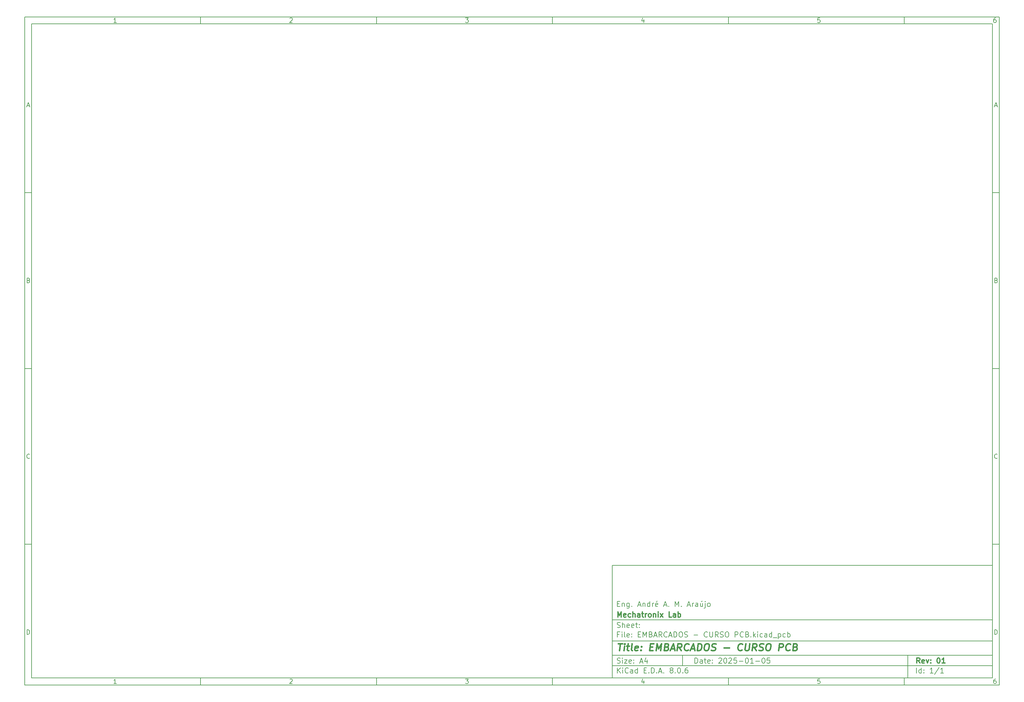
<source format=gbr>
%TF.GenerationSoftware,KiCad,Pcbnew,8.0.6*%
%TF.CreationDate,2025-01-05T13:15:26-03:00*%
%TF.ProjectId,EMBARCADOS - CURSO PCB,454d4241-5243-4414-944f-53202d204355,01*%
%TF.SameCoordinates,Original*%
%TF.FileFunction,Other,User*%
%FSLAX46Y46*%
G04 Gerber Fmt 4.6, Leading zero omitted, Abs format (unit mm)*
G04 Created by KiCad (PCBNEW 8.0.6) date 2025-01-05 13:15:26*
%MOMM*%
%LPD*%
G01*
G04 APERTURE LIST*
%ADD10C,0.100000*%
%ADD11C,0.150000*%
%ADD12C,0.300000*%
%ADD13C,0.400000*%
G04 APERTURE END LIST*
D10*
D11*
X177002200Y-166007200D02*
X285002200Y-166007200D01*
X285002200Y-198007200D01*
X177002200Y-198007200D01*
X177002200Y-166007200D01*
D10*
D11*
X10000000Y-10000000D02*
X287002200Y-10000000D01*
X287002200Y-200007200D01*
X10000000Y-200007200D01*
X10000000Y-10000000D01*
D10*
D11*
X12000000Y-12000000D02*
X285002200Y-12000000D01*
X285002200Y-198007200D01*
X12000000Y-198007200D01*
X12000000Y-12000000D01*
D10*
D11*
X60000000Y-12000000D02*
X60000000Y-10000000D01*
D10*
D11*
X110000000Y-12000000D02*
X110000000Y-10000000D01*
D10*
D11*
X160000000Y-12000000D02*
X160000000Y-10000000D01*
D10*
D11*
X210000000Y-12000000D02*
X210000000Y-10000000D01*
D10*
D11*
X260000000Y-12000000D02*
X260000000Y-10000000D01*
D10*
D11*
X36089160Y-11593604D02*
X35346303Y-11593604D01*
X35717731Y-11593604D02*
X35717731Y-10293604D01*
X35717731Y-10293604D02*
X35593922Y-10479319D01*
X35593922Y-10479319D02*
X35470112Y-10603128D01*
X35470112Y-10603128D02*
X35346303Y-10665033D01*
D10*
D11*
X85346303Y-10417414D02*
X85408207Y-10355509D01*
X85408207Y-10355509D02*
X85532017Y-10293604D01*
X85532017Y-10293604D02*
X85841541Y-10293604D01*
X85841541Y-10293604D02*
X85965350Y-10355509D01*
X85965350Y-10355509D02*
X86027255Y-10417414D01*
X86027255Y-10417414D02*
X86089160Y-10541223D01*
X86089160Y-10541223D02*
X86089160Y-10665033D01*
X86089160Y-10665033D02*
X86027255Y-10850747D01*
X86027255Y-10850747D02*
X85284398Y-11593604D01*
X85284398Y-11593604D02*
X86089160Y-11593604D01*
D10*
D11*
X135284398Y-10293604D02*
X136089160Y-10293604D01*
X136089160Y-10293604D02*
X135655826Y-10788842D01*
X135655826Y-10788842D02*
X135841541Y-10788842D01*
X135841541Y-10788842D02*
X135965350Y-10850747D01*
X135965350Y-10850747D02*
X136027255Y-10912652D01*
X136027255Y-10912652D02*
X136089160Y-11036461D01*
X136089160Y-11036461D02*
X136089160Y-11345985D01*
X136089160Y-11345985D02*
X136027255Y-11469795D01*
X136027255Y-11469795D02*
X135965350Y-11531700D01*
X135965350Y-11531700D02*
X135841541Y-11593604D01*
X135841541Y-11593604D02*
X135470112Y-11593604D01*
X135470112Y-11593604D02*
X135346303Y-11531700D01*
X135346303Y-11531700D02*
X135284398Y-11469795D01*
D10*
D11*
X185965350Y-10726938D02*
X185965350Y-11593604D01*
X185655826Y-10231700D02*
X185346303Y-11160271D01*
X185346303Y-11160271D02*
X186151064Y-11160271D01*
D10*
D11*
X236027255Y-10293604D02*
X235408207Y-10293604D01*
X235408207Y-10293604D02*
X235346303Y-10912652D01*
X235346303Y-10912652D02*
X235408207Y-10850747D01*
X235408207Y-10850747D02*
X235532017Y-10788842D01*
X235532017Y-10788842D02*
X235841541Y-10788842D01*
X235841541Y-10788842D02*
X235965350Y-10850747D01*
X235965350Y-10850747D02*
X236027255Y-10912652D01*
X236027255Y-10912652D02*
X236089160Y-11036461D01*
X236089160Y-11036461D02*
X236089160Y-11345985D01*
X236089160Y-11345985D02*
X236027255Y-11469795D01*
X236027255Y-11469795D02*
X235965350Y-11531700D01*
X235965350Y-11531700D02*
X235841541Y-11593604D01*
X235841541Y-11593604D02*
X235532017Y-11593604D01*
X235532017Y-11593604D02*
X235408207Y-11531700D01*
X235408207Y-11531700D02*
X235346303Y-11469795D01*
D10*
D11*
X285965350Y-10293604D02*
X285717731Y-10293604D01*
X285717731Y-10293604D02*
X285593922Y-10355509D01*
X285593922Y-10355509D02*
X285532017Y-10417414D01*
X285532017Y-10417414D02*
X285408207Y-10603128D01*
X285408207Y-10603128D02*
X285346303Y-10850747D01*
X285346303Y-10850747D02*
X285346303Y-11345985D01*
X285346303Y-11345985D02*
X285408207Y-11469795D01*
X285408207Y-11469795D02*
X285470112Y-11531700D01*
X285470112Y-11531700D02*
X285593922Y-11593604D01*
X285593922Y-11593604D02*
X285841541Y-11593604D01*
X285841541Y-11593604D02*
X285965350Y-11531700D01*
X285965350Y-11531700D02*
X286027255Y-11469795D01*
X286027255Y-11469795D02*
X286089160Y-11345985D01*
X286089160Y-11345985D02*
X286089160Y-11036461D01*
X286089160Y-11036461D02*
X286027255Y-10912652D01*
X286027255Y-10912652D02*
X285965350Y-10850747D01*
X285965350Y-10850747D02*
X285841541Y-10788842D01*
X285841541Y-10788842D02*
X285593922Y-10788842D01*
X285593922Y-10788842D02*
X285470112Y-10850747D01*
X285470112Y-10850747D02*
X285408207Y-10912652D01*
X285408207Y-10912652D02*
X285346303Y-11036461D01*
D10*
D11*
X60000000Y-198007200D02*
X60000000Y-200007200D01*
D10*
D11*
X110000000Y-198007200D02*
X110000000Y-200007200D01*
D10*
D11*
X160000000Y-198007200D02*
X160000000Y-200007200D01*
D10*
D11*
X210000000Y-198007200D02*
X210000000Y-200007200D01*
D10*
D11*
X260000000Y-198007200D02*
X260000000Y-200007200D01*
D10*
D11*
X36089160Y-199600804D02*
X35346303Y-199600804D01*
X35717731Y-199600804D02*
X35717731Y-198300804D01*
X35717731Y-198300804D02*
X35593922Y-198486519D01*
X35593922Y-198486519D02*
X35470112Y-198610328D01*
X35470112Y-198610328D02*
X35346303Y-198672233D01*
D10*
D11*
X85346303Y-198424614D02*
X85408207Y-198362709D01*
X85408207Y-198362709D02*
X85532017Y-198300804D01*
X85532017Y-198300804D02*
X85841541Y-198300804D01*
X85841541Y-198300804D02*
X85965350Y-198362709D01*
X85965350Y-198362709D02*
X86027255Y-198424614D01*
X86027255Y-198424614D02*
X86089160Y-198548423D01*
X86089160Y-198548423D02*
X86089160Y-198672233D01*
X86089160Y-198672233D02*
X86027255Y-198857947D01*
X86027255Y-198857947D02*
X85284398Y-199600804D01*
X85284398Y-199600804D02*
X86089160Y-199600804D01*
D10*
D11*
X135284398Y-198300804D02*
X136089160Y-198300804D01*
X136089160Y-198300804D02*
X135655826Y-198796042D01*
X135655826Y-198796042D02*
X135841541Y-198796042D01*
X135841541Y-198796042D02*
X135965350Y-198857947D01*
X135965350Y-198857947D02*
X136027255Y-198919852D01*
X136027255Y-198919852D02*
X136089160Y-199043661D01*
X136089160Y-199043661D02*
X136089160Y-199353185D01*
X136089160Y-199353185D02*
X136027255Y-199476995D01*
X136027255Y-199476995D02*
X135965350Y-199538900D01*
X135965350Y-199538900D02*
X135841541Y-199600804D01*
X135841541Y-199600804D02*
X135470112Y-199600804D01*
X135470112Y-199600804D02*
X135346303Y-199538900D01*
X135346303Y-199538900D02*
X135284398Y-199476995D01*
D10*
D11*
X185965350Y-198734138D02*
X185965350Y-199600804D01*
X185655826Y-198238900D02*
X185346303Y-199167471D01*
X185346303Y-199167471D02*
X186151064Y-199167471D01*
D10*
D11*
X236027255Y-198300804D02*
X235408207Y-198300804D01*
X235408207Y-198300804D02*
X235346303Y-198919852D01*
X235346303Y-198919852D02*
X235408207Y-198857947D01*
X235408207Y-198857947D02*
X235532017Y-198796042D01*
X235532017Y-198796042D02*
X235841541Y-198796042D01*
X235841541Y-198796042D02*
X235965350Y-198857947D01*
X235965350Y-198857947D02*
X236027255Y-198919852D01*
X236027255Y-198919852D02*
X236089160Y-199043661D01*
X236089160Y-199043661D02*
X236089160Y-199353185D01*
X236089160Y-199353185D02*
X236027255Y-199476995D01*
X236027255Y-199476995D02*
X235965350Y-199538900D01*
X235965350Y-199538900D02*
X235841541Y-199600804D01*
X235841541Y-199600804D02*
X235532017Y-199600804D01*
X235532017Y-199600804D02*
X235408207Y-199538900D01*
X235408207Y-199538900D02*
X235346303Y-199476995D01*
D10*
D11*
X285965350Y-198300804D02*
X285717731Y-198300804D01*
X285717731Y-198300804D02*
X285593922Y-198362709D01*
X285593922Y-198362709D02*
X285532017Y-198424614D01*
X285532017Y-198424614D02*
X285408207Y-198610328D01*
X285408207Y-198610328D02*
X285346303Y-198857947D01*
X285346303Y-198857947D02*
X285346303Y-199353185D01*
X285346303Y-199353185D02*
X285408207Y-199476995D01*
X285408207Y-199476995D02*
X285470112Y-199538900D01*
X285470112Y-199538900D02*
X285593922Y-199600804D01*
X285593922Y-199600804D02*
X285841541Y-199600804D01*
X285841541Y-199600804D02*
X285965350Y-199538900D01*
X285965350Y-199538900D02*
X286027255Y-199476995D01*
X286027255Y-199476995D02*
X286089160Y-199353185D01*
X286089160Y-199353185D02*
X286089160Y-199043661D01*
X286089160Y-199043661D02*
X286027255Y-198919852D01*
X286027255Y-198919852D02*
X285965350Y-198857947D01*
X285965350Y-198857947D02*
X285841541Y-198796042D01*
X285841541Y-198796042D02*
X285593922Y-198796042D01*
X285593922Y-198796042D02*
X285470112Y-198857947D01*
X285470112Y-198857947D02*
X285408207Y-198919852D01*
X285408207Y-198919852D02*
X285346303Y-199043661D01*
D10*
D11*
X10000000Y-60000000D02*
X12000000Y-60000000D01*
D10*
D11*
X10000000Y-110000000D02*
X12000000Y-110000000D01*
D10*
D11*
X10000000Y-160000000D02*
X12000000Y-160000000D01*
D10*
D11*
X10690476Y-35222176D02*
X11309523Y-35222176D01*
X10566666Y-35593604D02*
X10999999Y-34293604D01*
X10999999Y-34293604D02*
X11433333Y-35593604D01*
D10*
D11*
X11092857Y-84912652D02*
X11278571Y-84974557D01*
X11278571Y-84974557D02*
X11340476Y-85036461D01*
X11340476Y-85036461D02*
X11402380Y-85160271D01*
X11402380Y-85160271D02*
X11402380Y-85345985D01*
X11402380Y-85345985D02*
X11340476Y-85469795D01*
X11340476Y-85469795D02*
X11278571Y-85531700D01*
X11278571Y-85531700D02*
X11154761Y-85593604D01*
X11154761Y-85593604D02*
X10659523Y-85593604D01*
X10659523Y-85593604D02*
X10659523Y-84293604D01*
X10659523Y-84293604D02*
X11092857Y-84293604D01*
X11092857Y-84293604D02*
X11216666Y-84355509D01*
X11216666Y-84355509D02*
X11278571Y-84417414D01*
X11278571Y-84417414D02*
X11340476Y-84541223D01*
X11340476Y-84541223D02*
X11340476Y-84665033D01*
X11340476Y-84665033D02*
X11278571Y-84788842D01*
X11278571Y-84788842D02*
X11216666Y-84850747D01*
X11216666Y-84850747D02*
X11092857Y-84912652D01*
X11092857Y-84912652D02*
X10659523Y-84912652D01*
D10*
D11*
X11402380Y-135469795D02*
X11340476Y-135531700D01*
X11340476Y-135531700D02*
X11154761Y-135593604D01*
X11154761Y-135593604D02*
X11030952Y-135593604D01*
X11030952Y-135593604D02*
X10845238Y-135531700D01*
X10845238Y-135531700D02*
X10721428Y-135407890D01*
X10721428Y-135407890D02*
X10659523Y-135284080D01*
X10659523Y-135284080D02*
X10597619Y-135036461D01*
X10597619Y-135036461D02*
X10597619Y-134850747D01*
X10597619Y-134850747D02*
X10659523Y-134603128D01*
X10659523Y-134603128D02*
X10721428Y-134479319D01*
X10721428Y-134479319D02*
X10845238Y-134355509D01*
X10845238Y-134355509D02*
X11030952Y-134293604D01*
X11030952Y-134293604D02*
X11154761Y-134293604D01*
X11154761Y-134293604D02*
X11340476Y-134355509D01*
X11340476Y-134355509D02*
X11402380Y-134417414D01*
D10*
D11*
X10659523Y-185593604D02*
X10659523Y-184293604D01*
X10659523Y-184293604D02*
X10969047Y-184293604D01*
X10969047Y-184293604D02*
X11154761Y-184355509D01*
X11154761Y-184355509D02*
X11278571Y-184479319D01*
X11278571Y-184479319D02*
X11340476Y-184603128D01*
X11340476Y-184603128D02*
X11402380Y-184850747D01*
X11402380Y-184850747D02*
X11402380Y-185036461D01*
X11402380Y-185036461D02*
X11340476Y-185284080D01*
X11340476Y-185284080D02*
X11278571Y-185407890D01*
X11278571Y-185407890D02*
X11154761Y-185531700D01*
X11154761Y-185531700D02*
X10969047Y-185593604D01*
X10969047Y-185593604D02*
X10659523Y-185593604D01*
D10*
D11*
X287002200Y-60000000D02*
X285002200Y-60000000D01*
D10*
D11*
X287002200Y-110000000D02*
X285002200Y-110000000D01*
D10*
D11*
X287002200Y-160000000D02*
X285002200Y-160000000D01*
D10*
D11*
X285692676Y-35222176D02*
X286311723Y-35222176D01*
X285568866Y-35593604D02*
X286002199Y-34293604D01*
X286002199Y-34293604D02*
X286435533Y-35593604D01*
D10*
D11*
X286095057Y-84912652D02*
X286280771Y-84974557D01*
X286280771Y-84974557D02*
X286342676Y-85036461D01*
X286342676Y-85036461D02*
X286404580Y-85160271D01*
X286404580Y-85160271D02*
X286404580Y-85345985D01*
X286404580Y-85345985D02*
X286342676Y-85469795D01*
X286342676Y-85469795D02*
X286280771Y-85531700D01*
X286280771Y-85531700D02*
X286156961Y-85593604D01*
X286156961Y-85593604D02*
X285661723Y-85593604D01*
X285661723Y-85593604D02*
X285661723Y-84293604D01*
X285661723Y-84293604D02*
X286095057Y-84293604D01*
X286095057Y-84293604D02*
X286218866Y-84355509D01*
X286218866Y-84355509D02*
X286280771Y-84417414D01*
X286280771Y-84417414D02*
X286342676Y-84541223D01*
X286342676Y-84541223D02*
X286342676Y-84665033D01*
X286342676Y-84665033D02*
X286280771Y-84788842D01*
X286280771Y-84788842D02*
X286218866Y-84850747D01*
X286218866Y-84850747D02*
X286095057Y-84912652D01*
X286095057Y-84912652D02*
X285661723Y-84912652D01*
D10*
D11*
X286404580Y-135469795D02*
X286342676Y-135531700D01*
X286342676Y-135531700D02*
X286156961Y-135593604D01*
X286156961Y-135593604D02*
X286033152Y-135593604D01*
X286033152Y-135593604D02*
X285847438Y-135531700D01*
X285847438Y-135531700D02*
X285723628Y-135407890D01*
X285723628Y-135407890D02*
X285661723Y-135284080D01*
X285661723Y-135284080D02*
X285599819Y-135036461D01*
X285599819Y-135036461D02*
X285599819Y-134850747D01*
X285599819Y-134850747D02*
X285661723Y-134603128D01*
X285661723Y-134603128D02*
X285723628Y-134479319D01*
X285723628Y-134479319D02*
X285847438Y-134355509D01*
X285847438Y-134355509D02*
X286033152Y-134293604D01*
X286033152Y-134293604D02*
X286156961Y-134293604D01*
X286156961Y-134293604D02*
X286342676Y-134355509D01*
X286342676Y-134355509D02*
X286404580Y-134417414D01*
D10*
D11*
X285661723Y-185593604D02*
X285661723Y-184293604D01*
X285661723Y-184293604D02*
X285971247Y-184293604D01*
X285971247Y-184293604D02*
X286156961Y-184355509D01*
X286156961Y-184355509D02*
X286280771Y-184479319D01*
X286280771Y-184479319D02*
X286342676Y-184603128D01*
X286342676Y-184603128D02*
X286404580Y-184850747D01*
X286404580Y-184850747D02*
X286404580Y-185036461D01*
X286404580Y-185036461D02*
X286342676Y-185284080D01*
X286342676Y-185284080D02*
X286280771Y-185407890D01*
X286280771Y-185407890D02*
X286156961Y-185531700D01*
X286156961Y-185531700D02*
X285971247Y-185593604D01*
X285971247Y-185593604D02*
X285661723Y-185593604D01*
D10*
D11*
X200458026Y-193793328D02*
X200458026Y-192293328D01*
X200458026Y-192293328D02*
X200815169Y-192293328D01*
X200815169Y-192293328D02*
X201029455Y-192364757D01*
X201029455Y-192364757D02*
X201172312Y-192507614D01*
X201172312Y-192507614D02*
X201243741Y-192650471D01*
X201243741Y-192650471D02*
X201315169Y-192936185D01*
X201315169Y-192936185D02*
X201315169Y-193150471D01*
X201315169Y-193150471D02*
X201243741Y-193436185D01*
X201243741Y-193436185D02*
X201172312Y-193579042D01*
X201172312Y-193579042D02*
X201029455Y-193721900D01*
X201029455Y-193721900D02*
X200815169Y-193793328D01*
X200815169Y-193793328D02*
X200458026Y-193793328D01*
X202600884Y-193793328D02*
X202600884Y-193007614D01*
X202600884Y-193007614D02*
X202529455Y-192864757D01*
X202529455Y-192864757D02*
X202386598Y-192793328D01*
X202386598Y-192793328D02*
X202100884Y-192793328D01*
X202100884Y-192793328D02*
X201958026Y-192864757D01*
X202600884Y-193721900D02*
X202458026Y-193793328D01*
X202458026Y-193793328D02*
X202100884Y-193793328D01*
X202100884Y-193793328D02*
X201958026Y-193721900D01*
X201958026Y-193721900D02*
X201886598Y-193579042D01*
X201886598Y-193579042D02*
X201886598Y-193436185D01*
X201886598Y-193436185D02*
X201958026Y-193293328D01*
X201958026Y-193293328D02*
X202100884Y-193221900D01*
X202100884Y-193221900D02*
X202458026Y-193221900D01*
X202458026Y-193221900D02*
X202600884Y-193150471D01*
X203100884Y-192793328D02*
X203672312Y-192793328D01*
X203315169Y-192293328D02*
X203315169Y-193579042D01*
X203315169Y-193579042D02*
X203386598Y-193721900D01*
X203386598Y-193721900D02*
X203529455Y-193793328D01*
X203529455Y-193793328D02*
X203672312Y-193793328D01*
X204743741Y-193721900D02*
X204600884Y-193793328D01*
X204600884Y-193793328D02*
X204315170Y-193793328D01*
X204315170Y-193793328D02*
X204172312Y-193721900D01*
X204172312Y-193721900D02*
X204100884Y-193579042D01*
X204100884Y-193579042D02*
X204100884Y-193007614D01*
X204100884Y-193007614D02*
X204172312Y-192864757D01*
X204172312Y-192864757D02*
X204315170Y-192793328D01*
X204315170Y-192793328D02*
X204600884Y-192793328D01*
X204600884Y-192793328D02*
X204743741Y-192864757D01*
X204743741Y-192864757D02*
X204815170Y-193007614D01*
X204815170Y-193007614D02*
X204815170Y-193150471D01*
X204815170Y-193150471D02*
X204100884Y-193293328D01*
X205458026Y-193650471D02*
X205529455Y-193721900D01*
X205529455Y-193721900D02*
X205458026Y-193793328D01*
X205458026Y-193793328D02*
X205386598Y-193721900D01*
X205386598Y-193721900D02*
X205458026Y-193650471D01*
X205458026Y-193650471D02*
X205458026Y-193793328D01*
X205458026Y-192864757D02*
X205529455Y-192936185D01*
X205529455Y-192936185D02*
X205458026Y-193007614D01*
X205458026Y-193007614D02*
X205386598Y-192936185D01*
X205386598Y-192936185D02*
X205458026Y-192864757D01*
X205458026Y-192864757D02*
X205458026Y-193007614D01*
X207243741Y-192436185D02*
X207315169Y-192364757D01*
X207315169Y-192364757D02*
X207458027Y-192293328D01*
X207458027Y-192293328D02*
X207815169Y-192293328D01*
X207815169Y-192293328D02*
X207958027Y-192364757D01*
X207958027Y-192364757D02*
X208029455Y-192436185D01*
X208029455Y-192436185D02*
X208100884Y-192579042D01*
X208100884Y-192579042D02*
X208100884Y-192721900D01*
X208100884Y-192721900D02*
X208029455Y-192936185D01*
X208029455Y-192936185D02*
X207172312Y-193793328D01*
X207172312Y-193793328D02*
X208100884Y-193793328D01*
X209029455Y-192293328D02*
X209172312Y-192293328D01*
X209172312Y-192293328D02*
X209315169Y-192364757D01*
X209315169Y-192364757D02*
X209386598Y-192436185D01*
X209386598Y-192436185D02*
X209458026Y-192579042D01*
X209458026Y-192579042D02*
X209529455Y-192864757D01*
X209529455Y-192864757D02*
X209529455Y-193221900D01*
X209529455Y-193221900D02*
X209458026Y-193507614D01*
X209458026Y-193507614D02*
X209386598Y-193650471D01*
X209386598Y-193650471D02*
X209315169Y-193721900D01*
X209315169Y-193721900D02*
X209172312Y-193793328D01*
X209172312Y-193793328D02*
X209029455Y-193793328D01*
X209029455Y-193793328D02*
X208886598Y-193721900D01*
X208886598Y-193721900D02*
X208815169Y-193650471D01*
X208815169Y-193650471D02*
X208743740Y-193507614D01*
X208743740Y-193507614D02*
X208672312Y-193221900D01*
X208672312Y-193221900D02*
X208672312Y-192864757D01*
X208672312Y-192864757D02*
X208743740Y-192579042D01*
X208743740Y-192579042D02*
X208815169Y-192436185D01*
X208815169Y-192436185D02*
X208886598Y-192364757D01*
X208886598Y-192364757D02*
X209029455Y-192293328D01*
X210100883Y-192436185D02*
X210172311Y-192364757D01*
X210172311Y-192364757D02*
X210315169Y-192293328D01*
X210315169Y-192293328D02*
X210672311Y-192293328D01*
X210672311Y-192293328D02*
X210815169Y-192364757D01*
X210815169Y-192364757D02*
X210886597Y-192436185D01*
X210886597Y-192436185D02*
X210958026Y-192579042D01*
X210958026Y-192579042D02*
X210958026Y-192721900D01*
X210958026Y-192721900D02*
X210886597Y-192936185D01*
X210886597Y-192936185D02*
X210029454Y-193793328D01*
X210029454Y-193793328D02*
X210958026Y-193793328D01*
X212315168Y-192293328D02*
X211600882Y-192293328D01*
X211600882Y-192293328D02*
X211529454Y-193007614D01*
X211529454Y-193007614D02*
X211600882Y-192936185D01*
X211600882Y-192936185D02*
X211743740Y-192864757D01*
X211743740Y-192864757D02*
X212100882Y-192864757D01*
X212100882Y-192864757D02*
X212243740Y-192936185D01*
X212243740Y-192936185D02*
X212315168Y-193007614D01*
X212315168Y-193007614D02*
X212386597Y-193150471D01*
X212386597Y-193150471D02*
X212386597Y-193507614D01*
X212386597Y-193507614D02*
X212315168Y-193650471D01*
X212315168Y-193650471D02*
X212243740Y-193721900D01*
X212243740Y-193721900D02*
X212100882Y-193793328D01*
X212100882Y-193793328D02*
X211743740Y-193793328D01*
X211743740Y-193793328D02*
X211600882Y-193721900D01*
X211600882Y-193721900D02*
X211529454Y-193650471D01*
X213029453Y-193221900D02*
X214172311Y-193221900D01*
X215172311Y-192293328D02*
X215315168Y-192293328D01*
X215315168Y-192293328D02*
X215458025Y-192364757D01*
X215458025Y-192364757D02*
X215529454Y-192436185D01*
X215529454Y-192436185D02*
X215600882Y-192579042D01*
X215600882Y-192579042D02*
X215672311Y-192864757D01*
X215672311Y-192864757D02*
X215672311Y-193221900D01*
X215672311Y-193221900D02*
X215600882Y-193507614D01*
X215600882Y-193507614D02*
X215529454Y-193650471D01*
X215529454Y-193650471D02*
X215458025Y-193721900D01*
X215458025Y-193721900D02*
X215315168Y-193793328D01*
X215315168Y-193793328D02*
X215172311Y-193793328D01*
X215172311Y-193793328D02*
X215029454Y-193721900D01*
X215029454Y-193721900D02*
X214958025Y-193650471D01*
X214958025Y-193650471D02*
X214886596Y-193507614D01*
X214886596Y-193507614D02*
X214815168Y-193221900D01*
X214815168Y-193221900D02*
X214815168Y-192864757D01*
X214815168Y-192864757D02*
X214886596Y-192579042D01*
X214886596Y-192579042D02*
X214958025Y-192436185D01*
X214958025Y-192436185D02*
X215029454Y-192364757D01*
X215029454Y-192364757D02*
X215172311Y-192293328D01*
X217100882Y-193793328D02*
X216243739Y-193793328D01*
X216672310Y-193793328D02*
X216672310Y-192293328D01*
X216672310Y-192293328D02*
X216529453Y-192507614D01*
X216529453Y-192507614D02*
X216386596Y-192650471D01*
X216386596Y-192650471D02*
X216243739Y-192721900D01*
X217743738Y-193221900D02*
X218886596Y-193221900D01*
X219886596Y-192293328D02*
X220029453Y-192293328D01*
X220029453Y-192293328D02*
X220172310Y-192364757D01*
X220172310Y-192364757D02*
X220243739Y-192436185D01*
X220243739Y-192436185D02*
X220315167Y-192579042D01*
X220315167Y-192579042D02*
X220386596Y-192864757D01*
X220386596Y-192864757D02*
X220386596Y-193221900D01*
X220386596Y-193221900D02*
X220315167Y-193507614D01*
X220315167Y-193507614D02*
X220243739Y-193650471D01*
X220243739Y-193650471D02*
X220172310Y-193721900D01*
X220172310Y-193721900D02*
X220029453Y-193793328D01*
X220029453Y-193793328D02*
X219886596Y-193793328D01*
X219886596Y-193793328D02*
X219743739Y-193721900D01*
X219743739Y-193721900D02*
X219672310Y-193650471D01*
X219672310Y-193650471D02*
X219600881Y-193507614D01*
X219600881Y-193507614D02*
X219529453Y-193221900D01*
X219529453Y-193221900D02*
X219529453Y-192864757D01*
X219529453Y-192864757D02*
X219600881Y-192579042D01*
X219600881Y-192579042D02*
X219672310Y-192436185D01*
X219672310Y-192436185D02*
X219743739Y-192364757D01*
X219743739Y-192364757D02*
X219886596Y-192293328D01*
X221743738Y-192293328D02*
X221029452Y-192293328D01*
X221029452Y-192293328D02*
X220958024Y-193007614D01*
X220958024Y-193007614D02*
X221029452Y-192936185D01*
X221029452Y-192936185D02*
X221172310Y-192864757D01*
X221172310Y-192864757D02*
X221529452Y-192864757D01*
X221529452Y-192864757D02*
X221672310Y-192936185D01*
X221672310Y-192936185D02*
X221743738Y-193007614D01*
X221743738Y-193007614D02*
X221815167Y-193150471D01*
X221815167Y-193150471D02*
X221815167Y-193507614D01*
X221815167Y-193507614D02*
X221743738Y-193650471D01*
X221743738Y-193650471D02*
X221672310Y-193721900D01*
X221672310Y-193721900D02*
X221529452Y-193793328D01*
X221529452Y-193793328D02*
X221172310Y-193793328D01*
X221172310Y-193793328D02*
X221029452Y-193721900D01*
X221029452Y-193721900D02*
X220958024Y-193650471D01*
D10*
D11*
X177002200Y-194507200D02*
X285002200Y-194507200D01*
D10*
D11*
X178458026Y-196593328D02*
X178458026Y-195093328D01*
X179315169Y-196593328D02*
X178672312Y-195736185D01*
X179315169Y-195093328D02*
X178458026Y-195950471D01*
X179958026Y-196593328D02*
X179958026Y-195593328D01*
X179958026Y-195093328D02*
X179886598Y-195164757D01*
X179886598Y-195164757D02*
X179958026Y-195236185D01*
X179958026Y-195236185D02*
X180029455Y-195164757D01*
X180029455Y-195164757D02*
X179958026Y-195093328D01*
X179958026Y-195093328D02*
X179958026Y-195236185D01*
X181529455Y-196450471D02*
X181458027Y-196521900D01*
X181458027Y-196521900D02*
X181243741Y-196593328D01*
X181243741Y-196593328D02*
X181100884Y-196593328D01*
X181100884Y-196593328D02*
X180886598Y-196521900D01*
X180886598Y-196521900D02*
X180743741Y-196379042D01*
X180743741Y-196379042D02*
X180672312Y-196236185D01*
X180672312Y-196236185D02*
X180600884Y-195950471D01*
X180600884Y-195950471D02*
X180600884Y-195736185D01*
X180600884Y-195736185D02*
X180672312Y-195450471D01*
X180672312Y-195450471D02*
X180743741Y-195307614D01*
X180743741Y-195307614D02*
X180886598Y-195164757D01*
X180886598Y-195164757D02*
X181100884Y-195093328D01*
X181100884Y-195093328D02*
X181243741Y-195093328D01*
X181243741Y-195093328D02*
X181458027Y-195164757D01*
X181458027Y-195164757D02*
X181529455Y-195236185D01*
X182815170Y-196593328D02*
X182815170Y-195807614D01*
X182815170Y-195807614D02*
X182743741Y-195664757D01*
X182743741Y-195664757D02*
X182600884Y-195593328D01*
X182600884Y-195593328D02*
X182315170Y-195593328D01*
X182315170Y-195593328D02*
X182172312Y-195664757D01*
X182815170Y-196521900D02*
X182672312Y-196593328D01*
X182672312Y-196593328D02*
X182315170Y-196593328D01*
X182315170Y-196593328D02*
X182172312Y-196521900D01*
X182172312Y-196521900D02*
X182100884Y-196379042D01*
X182100884Y-196379042D02*
X182100884Y-196236185D01*
X182100884Y-196236185D02*
X182172312Y-196093328D01*
X182172312Y-196093328D02*
X182315170Y-196021900D01*
X182315170Y-196021900D02*
X182672312Y-196021900D01*
X182672312Y-196021900D02*
X182815170Y-195950471D01*
X184172313Y-196593328D02*
X184172313Y-195093328D01*
X184172313Y-196521900D02*
X184029455Y-196593328D01*
X184029455Y-196593328D02*
X183743741Y-196593328D01*
X183743741Y-196593328D02*
X183600884Y-196521900D01*
X183600884Y-196521900D02*
X183529455Y-196450471D01*
X183529455Y-196450471D02*
X183458027Y-196307614D01*
X183458027Y-196307614D02*
X183458027Y-195879042D01*
X183458027Y-195879042D02*
X183529455Y-195736185D01*
X183529455Y-195736185D02*
X183600884Y-195664757D01*
X183600884Y-195664757D02*
X183743741Y-195593328D01*
X183743741Y-195593328D02*
X184029455Y-195593328D01*
X184029455Y-195593328D02*
X184172313Y-195664757D01*
X186029455Y-195807614D02*
X186529455Y-195807614D01*
X186743741Y-196593328D02*
X186029455Y-196593328D01*
X186029455Y-196593328D02*
X186029455Y-195093328D01*
X186029455Y-195093328D02*
X186743741Y-195093328D01*
X187386598Y-196450471D02*
X187458027Y-196521900D01*
X187458027Y-196521900D02*
X187386598Y-196593328D01*
X187386598Y-196593328D02*
X187315170Y-196521900D01*
X187315170Y-196521900D02*
X187386598Y-196450471D01*
X187386598Y-196450471D02*
X187386598Y-196593328D01*
X188100884Y-196593328D02*
X188100884Y-195093328D01*
X188100884Y-195093328D02*
X188458027Y-195093328D01*
X188458027Y-195093328D02*
X188672313Y-195164757D01*
X188672313Y-195164757D02*
X188815170Y-195307614D01*
X188815170Y-195307614D02*
X188886599Y-195450471D01*
X188886599Y-195450471D02*
X188958027Y-195736185D01*
X188958027Y-195736185D02*
X188958027Y-195950471D01*
X188958027Y-195950471D02*
X188886599Y-196236185D01*
X188886599Y-196236185D02*
X188815170Y-196379042D01*
X188815170Y-196379042D02*
X188672313Y-196521900D01*
X188672313Y-196521900D02*
X188458027Y-196593328D01*
X188458027Y-196593328D02*
X188100884Y-196593328D01*
X189600884Y-196450471D02*
X189672313Y-196521900D01*
X189672313Y-196521900D02*
X189600884Y-196593328D01*
X189600884Y-196593328D02*
X189529456Y-196521900D01*
X189529456Y-196521900D02*
X189600884Y-196450471D01*
X189600884Y-196450471D02*
X189600884Y-196593328D01*
X190243742Y-196164757D02*
X190958028Y-196164757D01*
X190100885Y-196593328D02*
X190600885Y-195093328D01*
X190600885Y-195093328D02*
X191100885Y-196593328D01*
X191600884Y-196450471D02*
X191672313Y-196521900D01*
X191672313Y-196521900D02*
X191600884Y-196593328D01*
X191600884Y-196593328D02*
X191529456Y-196521900D01*
X191529456Y-196521900D02*
X191600884Y-196450471D01*
X191600884Y-196450471D02*
X191600884Y-196593328D01*
X193672313Y-195736185D02*
X193529456Y-195664757D01*
X193529456Y-195664757D02*
X193458027Y-195593328D01*
X193458027Y-195593328D02*
X193386599Y-195450471D01*
X193386599Y-195450471D02*
X193386599Y-195379042D01*
X193386599Y-195379042D02*
X193458027Y-195236185D01*
X193458027Y-195236185D02*
X193529456Y-195164757D01*
X193529456Y-195164757D02*
X193672313Y-195093328D01*
X193672313Y-195093328D02*
X193958027Y-195093328D01*
X193958027Y-195093328D02*
X194100885Y-195164757D01*
X194100885Y-195164757D02*
X194172313Y-195236185D01*
X194172313Y-195236185D02*
X194243742Y-195379042D01*
X194243742Y-195379042D02*
X194243742Y-195450471D01*
X194243742Y-195450471D02*
X194172313Y-195593328D01*
X194172313Y-195593328D02*
X194100885Y-195664757D01*
X194100885Y-195664757D02*
X193958027Y-195736185D01*
X193958027Y-195736185D02*
X193672313Y-195736185D01*
X193672313Y-195736185D02*
X193529456Y-195807614D01*
X193529456Y-195807614D02*
X193458027Y-195879042D01*
X193458027Y-195879042D02*
X193386599Y-196021900D01*
X193386599Y-196021900D02*
X193386599Y-196307614D01*
X193386599Y-196307614D02*
X193458027Y-196450471D01*
X193458027Y-196450471D02*
X193529456Y-196521900D01*
X193529456Y-196521900D02*
X193672313Y-196593328D01*
X193672313Y-196593328D02*
X193958027Y-196593328D01*
X193958027Y-196593328D02*
X194100885Y-196521900D01*
X194100885Y-196521900D02*
X194172313Y-196450471D01*
X194172313Y-196450471D02*
X194243742Y-196307614D01*
X194243742Y-196307614D02*
X194243742Y-196021900D01*
X194243742Y-196021900D02*
X194172313Y-195879042D01*
X194172313Y-195879042D02*
X194100885Y-195807614D01*
X194100885Y-195807614D02*
X193958027Y-195736185D01*
X194886598Y-196450471D02*
X194958027Y-196521900D01*
X194958027Y-196521900D02*
X194886598Y-196593328D01*
X194886598Y-196593328D02*
X194815170Y-196521900D01*
X194815170Y-196521900D02*
X194886598Y-196450471D01*
X194886598Y-196450471D02*
X194886598Y-196593328D01*
X195886599Y-195093328D02*
X196029456Y-195093328D01*
X196029456Y-195093328D02*
X196172313Y-195164757D01*
X196172313Y-195164757D02*
X196243742Y-195236185D01*
X196243742Y-195236185D02*
X196315170Y-195379042D01*
X196315170Y-195379042D02*
X196386599Y-195664757D01*
X196386599Y-195664757D02*
X196386599Y-196021900D01*
X196386599Y-196021900D02*
X196315170Y-196307614D01*
X196315170Y-196307614D02*
X196243742Y-196450471D01*
X196243742Y-196450471D02*
X196172313Y-196521900D01*
X196172313Y-196521900D02*
X196029456Y-196593328D01*
X196029456Y-196593328D02*
X195886599Y-196593328D01*
X195886599Y-196593328D02*
X195743742Y-196521900D01*
X195743742Y-196521900D02*
X195672313Y-196450471D01*
X195672313Y-196450471D02*
X195600884Y-196307614D01*
X195600884Y-196307614D02*
X195529456Y-196021900D01*
X195529456Y-196021900D02*
X195529456Y-195664757D01*
X195529456Y-195664757D02*
X195600884Y-195379042D01*
X195600884Y-195379042D02*
X195672313Y-195236185D01*
X195672313Y-195236185D02*
X195743742Y-195164757D01*
X195743742Y-195164757D02*
X195886599Y-195093328D01*
X197029455Y-196450471D02*
X197100884Y-196521900D01*
X197100884Y-196521900D02*
X197029455Y-196593328D01*
X197029455Y-196593328D02*
X196958027Y-196521900D01*
X196958027Y-196521900D02*
X197029455Y-196450471D01*
X197029455Y-196450471D02*
X197029455Y-196593328D01*
X198386599Y-195093328D02*
X198100884Y-195093328D01*
X198100884Y-195093328D02*
X197958027Y-195164757D01*
X197958027Y-195164757D02*
X197886599Y-195236185D01*
X197886599Y-195236185D02*
X197743741Y-195450471D01*
X197743741Y-195450471D02*
X197672313Y-195736185D01*
X197672313Y-195736185D02*
X197672313Y-196307614D01*
X197672313Y-196307614D02*
X197743741Y-196450471D01*
X197743741Y-196450471D02*
X197815170Y-196521900D01*
X197815170Y-196521900D02*
X197958027Y-196593328D01*
X197958027Y-196593328D02*
X198243741Y-196593328D01*
X198243741Y-196593328D02*
X198386599Y-196521900D01*
X198386599Y-196521900D02*
X198458027Y-196450471D01*
X198458027Y-196450471D02*
X198529456Y-196307614D01*
X198529456Y-196307614D02*
X198529456Y-195950471D01*
X198529456Y-195950471D02*
X198458027Y-195807614D01*
X198458027Y-195807614D02*
X198386599Y-195736185D01*
X198386599Y-195736185D02*
X198243741Y-195664757D01*
X198243741Y-195664757D02*
X197958027Y-195664757D01*
X197958027Y-195664757D02*
X197815170Y-195736185D01*
X197815170Y-195736185D02*
X197743741Y-195807614D01*
X197743741Y-195807614D02*
X197672313Y-195950471D01*
D10*
D11*
X177002200Y-191507200D02*
X285002200Y-191507200D01*
D10*
D12*
X264413853Y-193785528D02*
X263913853Y-193071242D01*
X263556710Y-193785528D02*
X263556710Y-192285528D01*
X263556710Y-192285528D02*
X264128139Y-192285528D01*
X264128139Y-192285528D02*
X264270996Y-192356957D01*
X264270996Y-192356957D02*
X264342425Y-192428385D01*
X264342425Y-192428385D02*
X264413853Y-192571242D01*
X264413853Y-192571242D02*
X264413853Y-192785528D01*
X264413853Y-192785528D02*
X264342425Y-192928385D01*
X264342425Y-192928385D02*
X264270996Y-192999814D01*
X264270996Y-192999814D02*
X264128139Y-193071242D01*
X264128139Y-193071242D02*
X263556710Y-193071242D01*
X265628139Y-193714100D02*
X265485282Y-193785528D01*
X265485282Y-193785528D02*
X265199568Y-193785528D01*
X265199568Y-193785528D02*
X265056710Y-193714100D01*
X265056710Y-193714100D02*
X264985282Y-193571242D01*
X264985282Y-193571242D02*
X264985282Y-192999814D01*
X264985282Y-192999814D02*
X265056710Y-192856957D01*
X265056710Y-192856957D02*
X265199568Y-192785528D01*
X265199568Y-192785528D02*
X265485282Y-192785528D01*
X265485282Y-192785528D02*
X265628139Y-192856957D01*
X265628139Y-192856957D02*
X265699568Y-192999814D01*
X265699568Y-192999814D02*
X265699568Y-193142671D01*
X265699568Y-193142671D02*
X264985282Y-193285528D01*
X266199567Y-192785528D02*
X266556710Y-193785528D01*
X266556710Y-193785528D02*
X266913853Y-192785528D01*
X267485281Y-193642671D02*
X267556710Y-193714100D01*
X267556710Y-193714100D02*
X267485281Y-193785528D01*
X267485281Y-193785528D02*
X267413853Y-193714100D01*
X267413853Y-193714100D02*
X267485281Y-193642671D01*
X267485281Y-193642671D02*
X267485281Y-193785528D01*
X267485281Y-192856957D02*
X267556710Y-192928385D01*
X267556710Y-192928385D02*
X267485281Y-192999814D01*
X267485281Y-192999814D02*
X267413853Y-192928385D01*
X267413853Y-192928385D02*
X267485281Y-192856957D01*
X267485281Y-192856957D02*
X267485281Y-192999814D01*
X269628139Y-192285528D02*
X269770996Y-192285528D01*
X269770996Y-192285528D02*
X269913853Y-192356957D01*
X269913853Y-192356957D02*
X269985282Y-192428385D01*
X269985282Y-192428385D02*
X270056710Y-192571242D01*
X270056710Y-192571242D02*
X270128139Y-192856957D01*
X270128139Y-192856957D02*
X270128139Y-193214100D01*
X270128139Y-193214100D02*
X270056710Y-193499814D01*
X270056710Y-193499814D02*
X269985282Y-193642671D01*
X269985282Y-193642671D02*
X269913853Y-193714100D01*
X269913853Y-193714100D02*
X269770996Y-193785528D01*
X269770996Y-193785528D02*
X269628139Y-193785528D01*
X269628139Y-193785528D02*
X269485282Y-193714100D01*
X269485282Y-193714100D02*
X269413853Y-193642671D01*
X269413853Y-193642671D02*
X269342424Y-193499814D01*
X269342424Y-193499814D02*
X269270996Y-193214100D01*
X269270996Y-193214100D02*
X269270996Y-192856957D01*
X269270996Y-192856957D02*
X269342424Y-192571242D01*
X269342424Y-192571242D02*
X269413853Y-192428385D01*
X269413853Y-192428385D02*
X269485282Y-192356957D01*
X269485282Y-192356957D02*
X269628139Y-192285528D01*
X271556710Y-193785528D02*
X270699567Y-193785528D01*
X271128138Y-193785528D02*
X271128138Y-192285528D01*
X271128138Y-192285528D02*
X270985281Y-192499814D01*
X270985281Y-192499814D02*
X270842424Y-192642671D01*
X270842424Y-192642671D02*
X270699567Y-192714100D01*
D10*
D11*
X178386598Y-193721900D02*
X178600884Y-193793328D01*
X178600884Y-193793328D02*
X178958026Y-193793328D01*
X178958026Y-193793328D02*
X179100884Y-193721900D01*
X179100884Y-193721900D02*
X179172312Y-193650471D01*
X179172312Y-193650471D02*
X179243741Y-193507614D01*
X179243741Y-193507614D02*
X179243741Y-193364757D01*
X179243741Y-193364757D02*
X179172312Y-193221900D01*
X179172312Y-193221900D02*
X179100884Y-193150471D01*
X179100884Y-193150471D02*
X178958026Y-193079042D01*
X178958026Y-193079042D02*
X178672312Y-193007614D01*
X178672312Y-193007614D02*
X178529455Y-192936185D01*
X178529455Y-192936185D02*
X178458026Y-192864757D01*
X178458026Y-192864757D02*
X178386598Y-192721900D01*
X178386598Y-192721900D02*
X178386598Y-192579042D01*
X178386598Y-192579042D02*
X178458026Y-192436185D01*
X178458026Y-192436185D02*
X178529455Y-192364757D01*
X178529455Y-192364757D02*
X178672312Y-192293328D01*
X178672312Y-192293328D02*
X179029455Y-192293328D01*
X179029455Y-192293328D02*
X179243741Y-192364757D01*
X179886597Y-193793328D02*
X179886597Y-192793328D01*
X179886597Y-192293328D02*
X179815169Y-192364757D01*
X179815169Y-192364757D02*
X179886597Y-192436185D01*
X179886597Y-192436185D02*
X179958026Y-192364757D01*
X179958026Y-192364757D02*
X179886597Y-192293328D01*
X179886597Y-192293328D02*
X179886597Y-192436185D01*
X180458026Y-192793328D02*
X181243741Y-192793328D01*
X181243741Y-192793328D02*
X180458026Y-193793328D01*
X180458026Y-193793328D02*
X181243741Y-193793328D01*
X182386598Y-193721900D02*
X182243741Y-193793328D01*
X182243741Y-193793328D02*
X181958027Y-193793328D01*
X181958027Y-193793328D02*
X181815169Y-193721900D01*
X181815169Y-193721900D02*
X181743741Y-193579042D01*
X181743741Y-193579042D02*
X181743741Y-193007614D01*
X181743741Y-193007614D02*
X181815169Y-192864757D01*
X181815169Y-192864757D02*
X181958027Y-192793328D01*
X181958027Y-192793328D02*
X182243741Y-192793328D01*
X182243741Y-192793328D02*
X182386598Y-192864757D01*
X182386598Y-192864757D02*
X182458027Y-193007614D01*
X182458027Y-193007614D02*
X182458027Y-193150471D01*
X182458027Y-193150471D02*
X181743741Y-193293328D01*
X183100883Y-193650471D02*
X183172312Y-193721900D01*
X183172312Y-193721900D02*
X183100883Y-193793328D01*
X183100883Y-193793328D02*
X183029455Y-193721900D01*
X183029455Y-193721900D02*
X183100883Y-193650471D01*
X183100883Y-193650471D02*
X183100883Y-193793328D01*
X183100883Y-192864757D02*
X183172312Y-192936185D01*
X183172312Y-192936185D02*
X183100883Y-193007614D01*
X183100883Y-193007614D02*
X183029455Y-192936185D01*
X183029455Y-192936185D02*
X183100883Y-192864757D01*
X183100883Y-192864757D02*
X183100883Y-193007614D01*
X184886598Y-193364757D02*
X185600884Y-193364757D01*
X184743741Y-193793328D02*
X185243741Y-192293328D01*
X185243741Y-192293328D02*
X185743741Y-193793328D01*
X186886598Y-192793328D02*
X186886598Y-193793328D01*
X186529455Y-192221900D02*
X186172312Y-193293328D01*
X186172312Y-193293328D02*
X187100883Y-193293328D01*
D10*
D11*
X263458026Y-196593328D02*
X263458026Y-195093328D01*
X264815170Y-196593328D02*
X264815170Y-195093328D01*
X264815170Y-196521900D02*
X264672312Y-196593328D01*
X264672312Y-196593328D02*
X264386598Y-196593328D01*
X264386598Y-196593328D02*
X264243741Y-196521900D01*
X264243741Y-196521900D02*
X264172312Y-196450471D01*
X264172312Y-196450471D02*
X264100884Y-196307614D01*
X264100884Y-196307614D02*
X264100884Y-195879042D01*
X264100884Y-195879042D02*
X264172312Y-195736185D01*
X264172312Y-195736185D02*
X264243741Y-195664757D01*
X264243741Y-195664757D02*
X264386598Y-195593328D01*
X264386598Y-195593328D02*
X264672312Y-195593328D01*
X264672312Y-195593328D02*
X264815170Y-195664757D01*
X265529455Y-196450471D02*
X265600884Y-196521900D01*
X265600884Y-196521900D02*
X265529455Y-196593328D01*
X265529455Y-196593328D02*
X265458027Y-196521900D01*
X265458027Y-196521900D02*
X265529455Y-196450471D01*
X265529455Y-196450471D02*
X265529455Y-196593328D01*
X265529455Y-195664757D02*
X265600884Y-195736185D01*
X265600884Y-195736185D02*
X265529455Y-195807614D01*
X265529455Y-195807614D02*
X265458027Y-195736185D01*
X265458027Y-195736185D02*
X265529455Y-195664757D01*
X265529455Y-195664757D02*
X265529455Y-195807614D01*
X268172313Y-196593328D02*
X267315170Y-196593328D01*
X267743741Y-196593328D02*
X267743741Y-195093328D01*
X267743741Y-195093328D02*
X267600884Y-195307614D01*
X267600884Y-195307614D02*
X267458027Y-195450471D01*
X267458027Y-195450471D02*
X267315170Y-195521900D01*
X269886598Y-195021900D02*
X268600884Y-196950471D01*
X271172313Y-196593328D02*
X270315170Y-196593328D01*
X270743741Y-196593328D02*
X270743741Y-195093328D01*
X270743741Y-195093328D02*
X270600884Y-195307614D01*
X270600884Y-195307614D02*
X270458027Y-195450471D01*
X270458027Y-195450471D02*
X270315170Y-195521900D01*
D10*
D11*
X177002200Y-187507200D02*
X285002200Y-187507200D01*
D10*
D13*
X178693928Y-188211638D02*
X179836785Y-188211638D01*
X179015357Y-190211638D02*
X179265357Y-188211638D01*
X180253452Y-190211638D02*
X180420119Y-188878304D01*
X180503452Y-188211638D02*
X180396309Y-188306876D01*
X180396309Y-188306876D02*
X180479643Y-188402114D01*
X180479643Y-188402114D02*
X180586786Y-188306876D01*
X180586786Y-188306876D02*
X180503452Y-188211638D01*
X180503452Y-188211638D02*
X180479643Y-188402114D01*
X181086786Y-188878304D02*
X181848690Y-188878304D01*
X181455833Y-188211638D02*
X181241548Y-189925923D01*
X181241548Y-189925923D02*
X181312976Y-190116400D01*
X181312976Y-190116400D02*
X181491548Y-190211638D01*
X181491548Y-190211638D02*
X181682024Y-190211638D01*
X182634405Y-190211638D02*
X182455833Y-190116400D01*
X182455833Y-190116400D02*
X182384405Y-189925923D01*
X182384405Y-189925923D02*
X182598690Y-188211638D01*
X184170119Y-190116400D02*
X183967738Y-190211638D01*
X183967738Y-190211638D02*
X183586785Y-190211638D01*
X183586785Y-190211638D02*
X183408214Y-190116400D01*
X183408214Y-190116400D02*
X183336785Y-189925923D01*
X183336785Y-189925923D02*
X183432024Y-189164019D01*
X183432024Y-189164019D02*
X183551071Y-188973542D01*
X183551071Y-188973542D02*
X183753452Y-188878304D01*
X183753452Y-188878304D02*
X184134404Y-188878304D01*
X184134404Y-188878304D02*
X184312976Y-188973542D01*
X184312976Y-188973542D02*
X184384404Y-189164019D01*
X184384404Y-189164019D02*
X184360595Y-189354495D01*
X184360595Y-189354495D02*
X183384404Y-189544971D01*
X185134405Y-190021161D02*
X185217738Y-190116400D01*
X185217738Y-190116400D02*
X185110595Y-190211638D01*
X185110595Y-190211638D02*
X185027262Y-190116400D01*
X185027262Y-190116400D02*
X185134405Y-190021161D01*
X185134405Y-190021161D02*
X185110595Y-190211638D01*
X185265357Y-188973542D02*
X185348690Y-189068780D01*
X185348690Y-189068780D02*
X185241548Y-189164019D01*
X185241548Y-189164019D02*
X185158214Y-189068780D01*
X185158214Y-189068780D02*
X185265357Y-188973542D01*
X185265357Y-188973542D02*
X185241548Y-189164019D01*
X187717739Y-189164019D02*
X188384405Y-189164019D01*
X188539167Y-190211638D02*
X187586786Y-190211638D01*
X187586786Y-190211638D02*
X187836786Y-188211638D01*
X187836786Y-188211638D02*
X188789167Y-188211638D01*
X189396310Y-190211638D02*
X189646310Y-188211638D01*
X189646310Y-188211638D02*
X190134405Y-189640209D01*
X190134405Y-189640209D02*
X190979644Y-188211638D01*
X190979644Y-188211638D02*
X190729644Y-190211638D01*
X192479643Y-189164019D02*
X192753453Y-189259257D01*
X192753453Y-189259257D02*
X192836786Y-189354495D01*
X192836786Y-189354495D02*
X192908215Y-189544971D01*
X192908215Y-189544971D02*
X192872500Y-189830685D01*
X192872500Y-189830685D02*
X192753453Y-190021161D01*
X192753453Y-190021161D02*
X192646310Y-190116400D01*
X192646310Y-190116400D02*
X192443929Y-190211638D01*
X192443929Y-190211638D02*
X191682024Y-190211638D01*
X191682024Y-190211638D02*
X191932024Y-188211638D01*
X191932024Y-188211638D02*
X192598691Y-188211638D01*
X192598691Y-188211638D02*
X192777262Y-188306876D01*
X192777262Y-188306876D02*
X192860596Y-188402114D01*
X192860596Y-188402114D02*
X192932024Y-188592590D01*
X192932024Y-188592590D02*
X192908215Y-188783066D01*
X192908215Y-188783066D02*
X192789167Y-188973542D01*
X192789167Y-188973542D02*
X192682024Y-189068780D01*
X192682024Y-189068780D02*
X192479643Y-189164019D01*
X192479643Y-189164019D02*
X191812977Y-189164019D01*
X193658215Y-189640209D02*
X194610596Y-189640209D01*
X193396310Y-190211638D02*
X194312977Y-188211638D01*
X194312977Y-188211638D02*
X194729643Y-190211638D01*
X196539167Y-190211638D02*
X195991548Y-189259257D01*
X195396310Y-190211638D02*
X195646310Y-188211638D01*
X195646310Y-188211638D02*
X196408215Y-188211638D01*
X196408215Y-188211638D02*
X196586786Y-188306876D01*
X196586786Y-188306876D02*
X196670120Y-188402114D01*
X196670120Y-188402114D02*
X196741548Y-188592590D01*
X196741548Y-188592590D02*
X196705834Y-188878304D01*
X196705834Y-188878304D02*
X196586786Y-189068780D01*
X196586786Y-189068780D02*
X196479644Y-189164019D01*
X196479644Y-189164019D02*
X196277263Y-189259257D01*
X196277263Y-189259257D02*
X195515358Y-189259257D01*
X198562977Y-190021161D02*
X198455834Y-190116400D01*
X198455834Y-190116400D02*
X198158215Y-190211638D01*
X198158215Y-190211638D02*
X197967739Y-190211638D01*
X197967739Y-190211638D02*
X197693929Y-190116400D01*
X197693929Y-190116400D02*
X197527263Y-189925923D01*
X197527263Y-189925923D02*
X197455834Y-189735447D01*
X197455834Y-189735447D02*
X197408215Y-189354495D01*
X197408215Y-189354495D02*
X197443929Y-189068780D01*
X197443929Y-189068780D02*
X197586786Y-188687828D01*
X197586786Y-188687828D02*
X197705834Y-188497352D01*
X197705834Y-188497352D02*
X197920120Y-188306876D01*
X197920120Y-188306876D02*
X198217739Y-188211638D01*
X198217739Y-188211638D02*
X198408215Y-188211638D01*
X198408215Y-188211638D02*
X198682025Y-188306876D01*
X198682025Y-188306876D02*
X198765358Y-188402114D01*
X199372501Y-189640209D02*
X200324882Y-189640209D01*
X199110596Y-190211638D02*
X200027263Y-188211638D01*
X200027263Y-188211638D02*
X200443929Y-190211638D01*
X201110596Y-190211638D02*
X201360596Y-188211638D01*
X201360596Y-188211638D02*
X201836787Y-188211638D01*
X201836787Y-188211638D02*
X202110596Y-188306876D01*
X202110596Y-188306876D02*
X202277263Y-188497352D01*
X202277263Y-188497352D02*
X202348691Y-188687828D01*
X202348691Y-188687828D02*
X202396311Y-189068780D01*
X202396311Y-189068780D02*
X202360596Y-189354495D01*
X202360596Y-189354495D02*
X202217739Y-189735447D01*
X202217739Y-189735447D02*
X202098691Y-189925923D01*
X202098691Y-189925923D02*
X201884406Y-190116400D01*
X201884406Y-190116400D02*
X201586787Y-190211638D01*
X201586787Y-190211638D02*
X201110596Y-190211638D01*
X203741549Y-188211638D02*
X204122501Y-188211638D01*
X204122501Y-188211638D02*
X204301072Y-188306876D01*
X204301072Y-188306876D02*
X204467739Y-188497352D01*
X204467739Y-188497352D02*
X204515358Y-188878304D01*
X204515358Y-188878304D02*
X204432025Y-189544971D01*
X204432025Y-189544971D02*
X204289168Y-189925923D01*
X204289168Y-189925923D02*
X204074882Y-190116400D01*
X204074882Y-190116400D02*
X203872501Y-190211638D01*
X203872501Y-190211638D02*
X203491549Y-190211638D01*
X203491549Y-190211638D02*
X203312977Y-190116400D01*
X203312977Y-190116400D02*
X203146311Y-189925923D01*
X203146311Y-189925923D02*
X203098691Y-189544971D01*
X203098691Y-189544971D02*
X203182025Y-188878304D01*
X203182025Y-188878304D02*
X203324882Y-188497352D01*
X203324882Y-188497352D02*
X203539168Y-188306876D01*
X203539168Y-188306876D02*
X203741549Y-188211638D01*
X205122501Y-190116400D02*
X205396310Y-190211638D01*
X205396310Y-190211638D02*
X205872501Y-190211638D01*
X205872501Y-190211638D02*
X206074882Y-190116400D01*
X206074882Y-190116400D02*
X206182025Y-190021161D01*
X206182025Y-190021161D02*
X206301072Y-189830685D01*
X206301072Y-189830685D02*
X206324882Y-189640209D01*
X206324882Y-189640209D02*
X206253453Y-189449733D01*
X206253453Y-189449733D02*
X206170120Y-189354495D01*
X206170120Y-189354495D02*
X205991549Y-189259257D01*
X205991549Y-189259257D02*
X205622501Y-189164019D01*
X205622501Y-189164019D02*
X205443929Y-189068780D01*
X205443929Y-189068780D02*
X205360596Y-188973542D01*
X205360596Y-188973542D02*
X205289168Y-188783066D01*
X205289168Y-188783066D02*
X205312977Y-188592590D01*
X205312977Y-188592590D02*
X205432025Y-188402114D01*
X205432025Y-188402114D02*
X205539168Y-188306876D01*
X205539168Y-188306876D02*
X205741549Y-188211638D01*
X205741549Y-188211638D02*
X206217739Y-188211638D01*
X206217739Y-188211638D02*
X206491549Y-188306876D01*
X208729644Y-189449733D02*
X210253454Y-189449733D01*
X213801073Y-190021161D02*
X213693930Y-190116400D01*
X213693930Y-190116400D02*
X213396311Y-190211638D01*
X213396311Y-190211638D02*
X213205835Y-190211638D01*
X213205835Y-190211638D02*
X212932025Y-190116400D01*
X212932025Y-190116400D02*
X212765359Y-189925923D01*
X212765359Y-189925923D02*
X212693930Y-189735447D01*
X212693930Y-189735447D02*
X212646311Y-189354495D01*
X212646311Y-189354495D02*
X212682025Y-189068780D01*
X212682025Y-189068780D02*
X212824882Y-188687828D01*
X212824882Y-188687828D02*
X212943930Y-188497352D01*
X212943930Y-188497352D02*
X213158216Y-188306876D01*
X213158216Y-188306876D02*
X213455835Y-188211638D01*
X213455835Y-188211638D02*
X213646311Y-188211638D01*
X213646311Y-188211638D02*
X213920121Y-188306876D01*
X213920121Y-188306876D02*
X214003454Y-188402114D01*
X214884406Y-188211638D02*
X214682025Y-189830685D01*
X214682025Y-189830685D02*
X214753454Y-190021161D01*
X214753454Y-190021161D02*
X214836787Y-190116400D01*
X214836787Y-190116400D02*
X215015359Y-190211638D01*
X215015359Y-190211638D02*
X215396311Y-190211638D01*
X215396311Y-190211638D02*
X215598692Y-190116400D01*
X215598692Y-190116400D02*
X215705835Y-190021161D01*
X215705835Y-190021161D02*
X215824882Y-189830685D01*
X215824882Y-189830685D02*
X216027263Y-188211638D01*
X217872501Y-190211638D02*
X217324882Y-189259257D01*
X216729644Y-190211638D02*
X216979644Y-188211638D01*
X216979644Y-188211638D02*
X217741549Y-188211638D01*
X217741549Y-188211638D02*
X217920120Y-188306876D01*
X217920120Y-188306876D02*
X218003454Y-188402114D01*
X218003454Y-188402114D02*
X218074882Y-188592590D01*
X218074882Y-188592590D02*
X218039168Y-188878304D01*
X218039168Y-188878304D02*
X217920120Y-189068780D01*
X217920120Y-189068780D02*
X217812978Y-189164019D01*
X217812978Y-189164019D02*
X217610597Y-189259257D01*
X217610597Y-189259257D02*
X216848692Y-189259257D01*
X218646311Y-190116400D02*
X218920120Y-190211638D01*
X218920120Y-190211638D02*
X219396311Y-190211638D01*
X219396311Y-190211638D02*
X219598692Y-190116400D01*
X219598692Y-190116400D02*
X219705835Y-190021161D01*
X219705835Y-190021161D02*
X219824882Y-189830685D01*
X219824882Y-189830685D02*
X219848692Y-189640209D01*
X219848692Y-189640209D02*
X219777263Y-189449733D01*
X219777263Y-189449733D02*
X219693930Y-189354495D01*
X219693930Y-189354495D02*
X219515359Y-189259257D01*
X219515359Y-189259257D02*
X219146311Y-189164019D01*
X219146311Y-189164019D02*
X218967739Y-189068780D01*
X218967739Y-189068780D02*
X218884406Y-188973542D01*
X218884406Y-188973542D02*
X218812978Y-188783066D01*
X218812978Y-188783066D02*
X218836787Y-188592590D01*
X218836787Y-188592590D02*
X218955835Y-188402114D01*
X218955835Y-188402114D02*
X219062978Y-188306876D01*
X219062978Y-188306876D02*
X219265359Y-188211638D01*
X219265359Y-188211638D02*
X219741549Y-188211638D01*
X219741549Y-188211638D02*
X220015359Y-188306876D01*
X221265359Y-188211638D02*
X221646311Y-188211638D01*
X221646311Y-188211638D02*
X221824882Y-188306876D01*
X221824882Y-188306876D02*
X221991549Y-188497352D01*
X221991549Y-188497352D02*
X222039168Y-188878304D01*
X222039168Y-188878304D02*
X221955835Y-189544971D01*
X221955835Y-189544971D02*
X221812978Y-189925923D01*
X221812978Y-189925923D02*
X221598692Y-190116400D01*
X221598692Y-190116400D02*
X221396311Y-190211638D01*
X221396311Y-190211638D02*
X221015359Y-190211638D01*
X221015359Y-190211638D02*
X220836787Y-190116400D01*
X220836787Y-190116400D02*
X220670121Y-189925923D01*
X220670121Y-189925923D02*
X220622501Y-189544971D01*
X220622501Y-189544971D02*
X220705835Y-188878304D01*
X220705835Y-188878304D02*
X220848692Y-188497352D01*
X220848692Y-188497352D02*
X221062978Y-188306876D01*
X221062978Y-188306876D02*
X221265359Y-188211638D01*
X224253454Y-190211638D02*
X224503454Y-188211638D01*
X224503454Y-188211638D02*
X225265359Y-188211638D01*
X225265359Y-188211638D02*
X225443930Y-188306876D01*
X225443930Y-188306876D02*
X225527264Y-188402114D01*
X225527264Y-188402114D02*
X225598692Y-188592590D01*
X225598692Y-188592590D02*
X225562978Y-188878304D01*
X225562978Y-188878304D02*
X225443930Y-189068780D01*
X225443930Y-189068780D02*
X225336788Y-189164019D01*
X225336788Y-189164019D02*
X225134407Y-189259257D01*
X225134407Y-189259257D02*
X224372502Y-189259257D01*
X227420121Y-190021161D02*
X227312978Y-190116400D01*
X227312978Y-190116400D02*
X227015359Y-190211638D01*
X227015359Y-190211638D02*
X226824883Y-190211638D01*
X226824883Y-190211638D02*
X226551073Y-190116400D01*
X226551073Y-190116400D02*
X226384407Y-189925923D01*
X226384407Y-189925923D02*
X226312978Y-189735447D01*
X226312978Y-189735447D02*
X226265359Y-189354495D01*
X226265359Y-189354495D02*
X226301073Y-189068780D01*
X226301073Y-189068780D02*
X226443930Y-188687828D01*
X226443930Y-188687828D02*
X226562978Y-188497352D01*
X226562978Y-188497352D02*
X226777264Y-188306876D01*
X226777264Y-188306876D02*
X227074883Y-188211638D01*
X227074883Y-188211638D02*
X227265359Y-188211638D01*
X227265359Y-188211638D02*
X227539169Y-188306876D01*
X227539169Y-188306876D02*
X227622502Y-188402114D01*
X229051073Y-189164019D02*
X229324883Y-189259257D01*
X229324883Y-189259257D02*
X229408216Y-189354495D01*
X229408216Y-189354495D02*
X229479645Y-189544971D01*
X229479645Y-189544971D02*
X229443930Y-189830685D01*
X229443930Y-189830685D02*
X229324883Y-190021161D01*
X229324883Y-190021161D02*
X229217740Y-190116400D01*
X229217740Y-190116400D02*
X229015359Y-190211638D01*
X229015359Y-190211638D02*
X228253454Y-190211638D01*
X228253454Y-190211638D02*
X228503454Y-188211638D01*
X228503454Y-188211638D02*
X229170121Y-188211638D01*
X229170121Y-188211638D02*
X229348692Y-188306876D01*
X229348692Y-188306876D02*
X229432026Y-188402114D01*
X229432026Y-188402114D02*
X229503454Y-188592590D01*
X229503454Y-188592590D02*
X229479645Y-188783066D01*
X229479645Y-188783066D02*
X229360597Y-188973542D01*
X229360597Y-188973542D02*
X229253454Y-189068780D01*
X229253454Y-189068780D02*
X229051073Y-189164019D01*
X229051073Y-189164019D02*
X228384407Y-189164019D01*
D10*
D11*
X178958026Y-185607614D02*
X178458026Y-185607614D01*
X178458026Y-186393328D02*
X178458026Y-184893328D01*
X178458026Y-184893328D02*
X179172312Y-184893328D01*
X179743740Y-186393328D02*
X179743740Y-185393328D01*
X179743740Y-184893328D02*
X179672312Y-184964757D01*
X179672312Y-184964757D02*
X179743740Y-185036185D01*
X179743740Y-185036185D02*
X179815169Y-184964757D01*
X179815169Y-184964757D02*
X179743740Y-184893328D01*
X179743740Y-184893328D02*
X179743740Y-185036185D01*
X180672312Y-186393328D02*
X180529455Y-186321900D01*
X180529455Y-186321900D02*
X180458026Y-186179042D01*
X180458026Y-186179042D02*
X180458026Y-184893328D01*
X181815169Y-186321900D02*
X181672312Y-186393328D01*
X181672312Y-186393328D02*
X181386598Y-186393328D01*
X181386598Y-186393328D02*
X181243740Y-186321900D01*
X181243740Y-186321900D02*
X181172312Y-186179042D01*
X181172312Y-186179042D02*
X181172312Y-185607614D01*
X181172312Y-185607614D02*
X181243740Y-185464757D01*
X181243740Y-185464757D02*
X181386598Y-185393328D01*
X181386598Y-185393328D02*
X181672312Y-185393328D01*
X181672312Y-185393328D02*
X181815169Y-185464757D01*
X181815169Y-185464757D02*
X181886598Y-185607614D01*
X181886598Y-185607614D02*
X181886598Y-185750471D01*
X181886598Y-185750471D02*
X181172312Y-185893328D01*
X182529454Y-186250471D02*
X182600883Y-186321900D01*
X182600883Y-186321900D02*
X182529454Y-186393328D01*
X182529454Y-186393328D02*
X182458026Y-186321900D01*
X182458026Y-186321900D02*
X182529454Y-186250471D01*
X182529454Y-186250471D02*
X182529454Y-186393328D01*
X182529454Y-185464757D02*
X182600883Y-185536185D01*
X182600883Y-185536185D02*
X182529454Y-185607614D01*
X182529454Y-185607614D02*
X182458026Y-185536185D01*
X182458026Y-185536185D02*
X182529454Y-185464757D01*
X182529454Y-185464757D02*
X182529454Y-185607614D01*
X184386597Y-185607614D02*
X184886597Y-185607614D01*
X185100883Y-186393328D02*
X184386597Y-186393328D01*
X184386597Y-186393328D02*
X184386597Y-184893328D01*
X184386597Y-184893328D02*
X185100883Y-184893328D01*
X185743740Y-186393328D02*
X185743740Y-184893328D01*
X185743740Y-184893328D02*
X186243740Y-185964757D01*
X186243740Y-185964757D02*
X186743740Y-184893328D01*
X186743740Y-184893328D02*
X186743740Y-186393328D01*
X187958026Y-185607614D02*
X188172312Y-185679042D01*
X188172312Y-185679042D02*
X188243741Y-185750471D01*
X188243741Y-185750471D02*
X188315169Y-185893328D01*
X188315169Y-185893328D02*
X188315169Y-186107614D01*
X188315169Y-186107614D02*
X188243741Y-186250471D01*
X188243741Y-186250471D02*
X188172312Y-186321900D01*
X188172312Y-186321900D02*
X188029455Y-186393328D01*
X188029455Y-186393328D02*
X187458026Y-186393328D01*
X187458026Y-186393328D02*
X187458026Y-184893328D01*
X187458026Y-184893328D02*
X187958026Y-184893328D01*
X187958026Y-184893328D02*
X188100884Y-184964757D01*
X188100884Y-184964757D02*
X188172312Y-185036185D01*
X188172312Y-185036185D02*
X188243741Y-185179042D01*
X188243741Y-185179042D02*
X188243741Y-185321900D01*
X188243741Y-185321900D02*
X188172312Y-185464757D01*
X188172312Y-185464757D02*
X188100884Y-185536185D01*
X188100884Y-185536185D02*
X187958026Y-185607614D01*
X187958026Y-185607614D02*
X187458026Y-185607614D01*
X188886598Y-185964757D02*
X189600884Y-185964757D01*
X188743741Y-186393328D02*
X189243741Y-184893328D01*
X189243741Y-184893328D02*
X189743741Y-186393328D01*
X191100883Y-186393328D02*
X190600883Y-185679042D01*
X190243740Y-186393328D02*
X190243740Y-184893328D01*
X190243740Y-184893328D02*
X190815169Y-184893328D01*
X190815169Y-184893328D02*
X190958026Y-184964757D01*
X190958026Y-184964757D02*
X191029455Y-185036185D01*
X191029455Y-185036185D02*
X191100883Y-185179042D01*
X191100883Y-185179042D02*
X191100883Y-185393328D01*
X191100883Y-185393328D02*
X191029455Y-185536185D01*
X191029455Y-185536185D02*
X190958026Y-185607614D01*
X190958026Y-185607614D02*
X190815169Y-185679042D01*
X190815169Y-185679042D02*
X190243740Y-185679042D01*
X192600883Y-186250471D02*
X192529455Y-186321900D01*
X192529455Y-186321900D02*
X192315169Y-186393328D01*
X192315169Y-186393328D02*
X192172312Y-186393328D01*
X192172312Y-186393328D02*
X191958026Y-186321900D01*
X191958026Y-186321900D02*
X191815169Y-186179042D01*
X191815169Y-186179042D02*
X191743740Y-186036185D01*
X191743740Y-186036185D02*
X191672312Y-185750471D01*
X191672312Y-185750471D02*
X191672312Y-185536185D01*
X191672312Y-185536185D02*
X191743740Y-185250471D01*
X191743740Y-185250471D02*
X191815169Y-185107614D01*
X191815169Y-185107614D02*
X191958026Y-184964757D01*
X191958026Y-184964757D02*
X192172312Y-184893328D01*
X192172312Y-184893328D02*
X192315169Y-184893328D01*
X192315169Y-184893328D02*
X192529455Y-184964757D01*
X192529455Y-184964757D02*
X192600883Y-185036185D01*
X193172312Y-185964757D02*
X193886598Y-185964757D01*
X193029455Y-186393328D02*
X193529455Y-184893328D01*
X193529455Y-184893328D02*
X194029455Y-186393328D01*
X194529454Y-186393328D02*
X194529454Y-184893328D01*
X194529454Y-184893328D02*
X194886597Y-184893328D01*
X194886597Y-184893328D02*
X195100883Y-184964757D01*
X195100883Y-184964757D02*
X195243740Y-185107614D01*
X195243740Y-185107614D02*
X195315169Y-185250471D01*
X195315169Y-185250471D02*
X195386597Y-185536185D01*
X195386597Y-185536185D02*
X195386597Y-185750471D01*
X195386597Y-185750471D02*
X195315169Y-186036185D01*
X195315169Y-186036185D02*
X195243740Y-186179042D01*
X195243740Y-186179042D02*
X195100883Y-186321900D01*
X195100883Y-186321900D02*
X194886597Y-186393328D01*
X194886597Y-186393328D02*
X194529454Y-186393328D01*
X196315169Y-184893328D02*
X196600883Y-184893328D01*
X196600883Y-184893328D02*
X196743740Y-184964757D01*
X196743740Y-184964757D02*
X196886597Y-185107614D01*
X196886597Y-185107614D02*
X196958026Y-185393328D01*
X196958026Y-185393328D02*
X196958026Y-185893328D01*
X196958026Y-185893328D02*
X196886597Y-186179042D01*
X196886597Y-186179042D02*
X196743740Y-186321900D01*
X196743740Y-186321900D02*
X196600883Y-186393328D01*
X196600883Y-186393328D02*
X196315169Y-186393328D01*
X196315169Y-186393328D02*
X196172312Y-186321900D01*
X196172312Y-186321900D02*
X196029454Y-186179042D01*
X196029454Y-186179042D02*
X195958026Y-185893328D01*
X195958026Y-185893328D02*
X195958026Y-185393328D01*
X195958026Y-185393328D02*
X196029454Y-185107614D01*
X196029454Y-185107614D02*
X196172312Y-184964757D01*
X196172312Y-184964757D02*
X196315169Y-184893328D01*
X197529455Y-186321900D02*
X197743741Y-186393328D01*
X197743741Y-186393328D02*
X198100883Y-186393328D01*
X198100883Y-186393328D02*
X198243741Y-186321900D01*
X198243741Y-186321900D02*
X198315169Y-186250471D01*
X198315169Y-186250471D02*
X198386598Y-186107614D01*
X198386598Y-186107614D02*
X198386598Y-185964757D01*
X198386598Y-185964757D02*
X198315169Y-185821900D01*
X198315169Y-185821900D02*
X198243741Y-185750471D01*
X198243741Y-185750471D02*
X198100883Y-185679042D01*
X198100883Y-185679042D02*
X197815169Y-185607614D01*
X197815169Y-185607614D02*
X197672312Y-185536185D01*
X197672312Y-185536185D02*
X197600883Y-185464757D01*
X197600883Y-185464757D02*
X197529455Y-185321900D01*
X197529455Y-185321900D02*
X197529455Y-185179042D01*
X197529455Y-185179042D02*
X197600883Y-185036185D01*
X197600883Y-185036185D02*
X197672312Y-184964757D01*
X197672312Y-184964757D02*
X197815169Y-184893328D01*
X197815169Y-184893328D02*
X198172312Y-184893328D01*
X198172312Y-184893328D02*
X198386598Y-184964757D01*
X200172311Y-185821900D02*
X201315169Y-185821900D01*
X204029454Y-186250471D02*
X203958026Y-186321900D01*
X203958026Y-186321900D02*
X203743740Y-186393328D01*
X203743740Y-186393328D02*
X203600883Y-186393328D01*
X203600883Y-186393328D02*
X203386597Y-186321900D01*
X203386597Y-186321900D02*
X203243740Y-186179042D01*
X203243740Y-186179042D02*
X203172311Y-186036185D01*
X203172311Y-186036185D02*
X203100883Y-185750471D01*
X203100883Y-185750471D02*
X203100883Y-185536185D01*
X203100883Y-185536185D02*
X203172311Y-185250471D01*
X203172311Y-185250471D02*
X203243740Y-185107614D01*
X203243740Y-185107614D02*
X203386597Y-184964757D01*
X203386597Y-184964757D02*
X203600883Y-184893328D01*
X203600883Y-184893328D02*
X203743740Y-184893328D01*
X203743740Y-184893328D02*
X203958026Y-184964757D01*
X203958026Y-184964757D02*
X204029454Y-185036185D01*
X204672311Y-184893328D02*
X204672311Y-186107614D01*
X204672311Y-186107614D02*
X204743740Y-186250471D01*
X204743740Y-186250471D02*
X204815169Y-186321900D01*
X204815169Y-186321900D02*
X204958026Y-186393328D01*
X204958026Y-186393328D02*
X205243740Y-186393328D01*
X205243740Y-186393328D02*
X205386597Y-186321900D01*
X205386597Y-186321900D02*
X205458026Y-186250471D01*
X205458026Y-186250471D02*
X205529454Y-186107614D01*
X205529454Y-186107614D02*
X205529454Y-184893328D01*
X207100883Y-186393328D02*
X206600883Y-185679042D01*
X206243740Y-186393328D02*
X206243740Y-184893328D01*
X206243740Y-184893328D02*
X206815169Y-184893328D01*
X206815169Y-184893328D02*
X206958026Y-184964757D01*
X206958026Y-184964757D02*
X207029455Y-185036185D01*
X207029455Y-185036185D02*
X207100883Y-185179042D01*
X207100883Y-185179042D02*
X207100883Y-185393328D01*
X207100883Y-185393328D02*
X207029455Y-185536185D01*
X207029455Y-185536185D02*
X206958026Y-185607614D01*
X206958026Y-185607614D02*
X206815169Y-185679042D01*
X206815169Y-185679042D02*
X206243740Y-185679042D01*
X207672312Y-186321900D02*
X207886598Y-186393328D01*
X207886598Y-186393328D02*
X208243740Y-186393328D01*
X208243740Y-186393328D02*
X208386598Y-186321900D01*
X208386598Y-186321900D02*
X208458026Y-186250471D01*
X208458026Y-186250471D02*
X208529455Y-186107614D01*
X208529455Y-186107614D02*
X208529455Y-185964757D01*
X208529455Y-185964757D02*
X208458026Y-185821900D01*
X208458026Y-185821900D02*
X208386598Y-185750471D01*
X208386598Y-185750471D02*
X208243740Y-185679042D01*
X208243740Y-185679042D02*
X207958026Y-185607614D01*
X207958026Y-185607614D02*
X207815169Y-185536185D01*
X207815169Y-185536185D02*
X207743740Y-185464757D01*
X207743740Y-185464757D02*
X207672312Y-185321900D01*
X207672312Y-185321900D02*
X207672312Y-185179042D01*
X207672312Y-185179042D02*
X207743740Y-185036185D01*
X207743740Y-185036185D02*
X207815169Y-184964757D01*
X207815169Y-184964757D02*
X207958026Y-184893328D01*
X207958026Y-184893328D02*
X208315169Y-184893328D01*
X208315169Y-184893328D02*
X208529455Y-184964757D01*
X209458026Y-184893328D02*
X209743740Y-184893328D01*
X209743740Y-184893328D02*
X209886597Y-184964757D01*
X209886597Y-184964757D02*
X210029454Y-185107614D01*
X210029454Y-185107614D02*
X210100883Y-185393328D01*
X210100883Y-185393328D02*
X210100883Y-185893328D01*
X210100883Y-185893328D02*
X210029454Y-186179042D01*
X210029454Y-186179042D02*
X209886597Y-186321900D01*
X209886597Y-186321900D02*
X209743740Y-186393328D01*
X209743740Y-186393328D02*
X209458026Y-186393328D01*
X209458026Y-186393328D02*
X209315169Y-186321900D01*
X209315169Y-186321900D02*
X209172311Y-186179042D01*
X209172311Y-186179042D02*
X209100883Y-185893328D01*
X209100883Y-185893328D02*
X209100883Y-185393328D01*
X209100883Y-185393328D02*
X209172311Y-185107614D01*
X209172311Y-185107614D02*
X209315169Y-184964757D01*
X209315169Y-184964757D02*
X209458026Y-184893328D01*
X211886597Y-186393328D02*
X211886597Y-184893328D01*
X211886597Y-184893328D02*
X212458026Y-184893328D01*
X212458026Y-184893328D02*
X212600883Y-184964757D01*
X212600883Y-184964757D02*
X212672312Y-185036185D01*
X212672312Y-185036185D02*
X212743740Y-185179042D01*
X212743740Y-185179042D02*
X212743740Y-185393328D01*
X212743740Y-185393328D02*
X212672312Y-185536185D01*
X212672312Y-185536185D02*
X212600883Y-185607614D01*
X212600883Y-185607614D02*
X212458026Y-185679042D01*
X212458026Y-185679042D02*
X211886597Y-185679042D01*
X214243740Y-186250471D02*
X214172312Y-186321900D01*
X214172312Y-186321900D02*
X213958026Y-186393328D01*
X213958026Y-186393328D02*
X213815169Y-186393328D01*
X213815169Y-186393328D02*
X213600883Y-186321900D01*
X213600883Y-186321900D02*
X213458026Y-186179042D01*
X213458026Y-186179042D02*
X213386597Y-186036185D01*
X213386597Y-186036185D02*
X213315169Y-185750471D01*
X213315169Y-185750471D02*
X213315169Y-185536185D01*
X213315169Y-185536185D02*
X213386597Y-185250471D01*
X213386597Y-185250471D02*
X213458026Y-185107614D01*
X213458026Y-185107614D02*
X213600883Y-184964757D01*
X213600883Y-184964757D02*
X213815169Y-184893328D01*
X213815169Y-184893328D02*
X213958026Y-184893328D01*
X213958026Y-184893328D02*
X214172312Y-184964757D01*
X214172312Y-184964757D02*
X214243740Y-185036185D01*
X215386597Y-185607614D02*
X215600883Y-185679042D01*
X215600883Y-185679042D02*
X215672312Y-185750471D01*
X215672312Y-185750471D02*
X215743740Y-185893328D01*
X215743740Y-185893328D02*
X215743740Y-186107614D01*
X215743740Y-186107614D02*
X215672312Y-186250471D01*
X215672312Y-186250471D02*
X215600883Y-186321900D01*
X215600883Y-186321900D02*
X215458026Y-186393328D01*
X215458026Y-186393328D02*
X214886597Y-186393328D01*
X214886597Y-186393328D02*
X214886597Y-184893328D01*
X214886597Y-184893328D02*
X215386597Y-184893328D01*
X215386597Y-184893328D02*
X215529455Y-184964757D01*
X215529455Y-184964757D02*
X215600883Y-185036185D01*
X215600883Y-185036185D02*
X215672312Y-185179042D01*
X215672312Y-185179042D02*
X215672312Y-185321900D01*
X215672312Y-185321900D02*
X215600883Y-185464757D01*
X215600883Y-185464757D02*
X215529455Y-185536185D01*
X215529455Y-185536185D02*
X215386597Y-185607614D01*
X215386597Y-185607614D02*
X214886597Y-185607614D01*
X216386597Y-186250471D02*
X216458026Y-186321900D01*
X216458026Y-186321900D02*
X216386597Y-186393328D01*
X216386597Y-186393328D02*
X216315169Y-186321900D01*
X216315169Y-186321900D02*
X216386597Y-186250471D01*
X216386597Y-186250471D02*
X216386597Y-186393328D01*
X217100883Y-186393328D02*
X217100883Y-184893328D01*
X217243741Y-185821900D02*
X217672312Y-186393328D01*
X217672312Y-185393328D02*
X217100883Y-185964757D01*
X218315169Y-186393328D02*
X218315169Y-185393328D01*
X218315169Y-184893328D02*
X218243741Y-184964757D01*
X218243741Y-184964757D02*
X218315169Y-185036185D01*
X218315169Y-185036185D02*
X218386598Y-184964757D01*
X218386598Y-184964757D02*
X218315169Y-184893328D01*
X218315169Y-184893328D02*
X218315169Y-185036185D01*
X219672313Y-186321900D02*
X219529455Y-186393328D01*
X219529455Y-186393328D02*
X219243741Y-186393328D01*
X219243741Y-186393328D02*
X219100884Y-186321900D01*
X219100884Y-186321900D02*
X219029455Y-186250471D01*
X219029455Y-186250471D02*
X218958027Y-186107614D01*
X218958027Y-186107614D02*
X218958027Y-185679042D01*
X218958027Y-185679042D02*
X219029455Y-185536185D01*
X219029455Y-185536185D02*
X219100884Y-185464757D01*
X219100884Y-185464757D02*
X219243741Y-185393328D01*
X219243741Y-185393328D02*
X219529455Y-185393328D01*
X219529455Y-185393328D02*
X219672313Y-185464757D01*
X220958027Y-186393328D02*
X220958027Y-185607614D01*
X220958027Y-185607614D02*
X220886598Y-185464757D01*
X220886598Y-185464757D02*
X220743741Y-185393328D01*
X220743741Y-185393328D02*
X220458027Y-185393328D01*
X220458027Y-185393328D02*
X220315169Y-185464757D01*
X220958027Y-186321900D02*
X220815169Y-186393328D01*
X220815169Y-186393328D02*
X220458027Y-186393328D01*
X220458027Y-186393328D02*
X220315169Y-186321900D01*
X220315169Y-186321900D02*
X220243741Y-186179042D01*
X220243741Y-186179042D02*
X220243741Y-186036185D01*
X220243741Y-186036185D02*
X220315169Y-185893328D01*
X220315169Y-185893328D02*
X220458027Y-185821900D01*
X220458027Y-185821900D02*
X220815169Y-185821900D01*
X220815169Y-185821900D02*
X220958027Y-185750471D01*
X222315170Y-186393328D02*
X222315170Y-184893328D01*
X222315170Y-186321900D02*
X222172312Y-186393328D01*
X222172312Y-186393328D02*
X221886598Y-186393328D01*
X221886598Y-186393328D02*
X221743741Y-186321900D01*
X221743741Y-186321900D02*
X221672312Y-186250471D01*
X221672312Y-186250471D02*
X221600884Y-186107614D01*
X221600884Y-186107614D02*
X221600884Y-185679042D01*
X221600884Y-185679042D02*
X221672312Y-185536185D01*
X221672312Y-185536185D02*
X221743741Y-185464757D01*
X221743741Y-185464757D02*
X221886598Y-185393328D01*
X221886598Y-185393328D02*
X222172312Y-185393328D01*
X222172312Y-185393328D02*
X222315170Y-185464757D01*
X222672313Y-186536185D02*
X223815170Y-186536185D01*
X224172312Y-185393328D02*
X224172312Y-186893328D01*
X224172312Y-185464757D02*
X224315170Y-185393328D01*
X224315170Y-185393328D02*
X224600884Y-185393328D01*
X224600884Y-185393328D02*
X224743741Y-185464757D01*
X224743741Y-185464757D02*
X224815170Y-185536185D01*
X224815170Y-185536185D02*
X224886598Y-185679042D01*
X224886598Y-185679042D02*
X224886598Y-186107614D01*
X224886598Y-186107614D02*
X224815170Y-186250471D01*
X224815170Y-186250471D02*
X224743741Y-186321900D01*
X224743741Y-186321900D02*
X224600884Y-186393328D01*
X224600884Y-186393328D02*
X224315170Y-186393328D01*
X224315170Y-186393328D02*
X224172312Y-186321900D01*
X226172313Y-186321900D02*
X226029455Y-186393328D01*
X226029455Y-186393328D02*
X225743741Y-186393328D01*
X225743741Y-186393328D02*
X225600884Y-186321900D01*
X225600884Y-186321900D02*
X225529455Y-186250471D01*
X225529455Y-186250471D02*
X225458027Y-186107614D01*
X225458027Y-186107614D02*
X225458027Y-185679042D01*
X225458027Y-185679042D02*
X225529455Y-185536185D01*
X225529455Y-185536185D02*
X225600884Y-185464757D01*
X225600884Y-185464757D02*
X225743741Y-185393328D01*
X225743741Y-185393328D02*
X226029455Y-185393328D01*
X226029455Y-185393328D02*
X226172313Y-185464757D01*
X226815169Y-186393328D02*
X226815169Y-184893328D01*
X226815169Y-185464757D02*
X226958027Y-185393328D01*
X226958027Y-185393328D02*
X227243741Y-185393328D01*
X227243741Y-185393328D02*
X227386598Y-185464757D01*
X227386598Y-185464757D02*
X227458027Y-185536185D01*
X227458027Y-185536185D02*
X227529455Y-185679042D01*
X227529455Y-185679042D02*
X227529455Y-186107614D01*
X227529455Y-186107614D02*
X227458027Y-186250471D01*
X227458027Y-186250471D02*
X227386598Y-186321900D01*
X227386598Y-186321900D02*
X227243741Y-186393328D01*
X227243741Y-186393328D02*
X226958027Y-186393328D01*
X226958027Y-186393328D02*
X226815169Y-186321900D01*
D10*
D11*
X177002200Y-181507200D02*
X285002200Y-181507200D01*
D10*
D11*
X178386598Y-183621900D02*
X178600884Y-183693328D01*
X178600884Y-183693328D02*
X178958026Y-183693328D01*
X178958026Y-183693328D02*
X179100884Y-183621900D01*
X179100884Y-183621900D02*
X179172312Y-183550471D01*
X179172312Y-183550471D02*
X179243741Y-183407614D01*
X179243741Y-183407614D02*
X179243741Y-183264757D01*
X179243741Y-183264757D02*
X179172312Y-183121900D01*
X179172312Y-183121900D02*
X179100884Y-183050471D01*
X179100884Y-183050471D02*
X178958026Y-182979042D01*
X178958026Y-182979042D02*
X178672312Y-182907614D01*
X178672312Y-182907614D02*
X178529455Y-182836185D01*
X178529455Y-182836185D02*
X178458026Y-182764757D01*
X178458026Y-182764757D02*
X178386598Y-182621900D01*
X178386598Y-182621900D02*
X178386598Y-182479042D01*
X178386598Y-182479042D02*
X178458026Y-182336185D01*
X178458026Y-182336185D02*
X178529455Y-182264757D01*
X178529455Y-182264757D02*
X178672312Y-182193328D01*
X178672312Y-182193328D02*
X179029455Y-182193328D01*
X179029455Y-182193328D02*
X179243741Y-182264757D01*
X179886597Y-183693328D02*
X179886597Y-182193328D01*
X180529455Y-183693328D02*
X180529455Y-182907614D01*
X180529455Y-182907614D02*
X180458026Y-182764757D01*
X180458026Y-182764757D02*
X180315169Y-182693328D01*
X180315169Y-182693328D02*
X180100883Y-182693328D01*
X180100883Y-182693328D02*
X179958026Y-182764757D01*
X179958026Y-182764757D02*
X179886597Y-182836185D01*
X181815169Y-183621900D02*
X181672312Y-183693328D01*
X181672312Y-183693328D02*
X181386598Y-183693328D01*
X181386598Y-183693328D02*
X181243740Y-183621900D01*
X181243740Y-183621900D02*
X181172312Y-183479042D01*
X181172312Y-183479042D02*
X181172312Y-182907614D01*
X181172312Y-182907614D02*
X181243740Y-182764757D01*
X181243740Y-182764757D02*
X181386598Y-182693328D01*
X181386598Y-182693328D02*
X181672312Y-182693328D01*
X181672312Y-182693328D02*
X181815169Y-182764757D01*
X181815169Y-182764757D02*
X181886598Y-182907614D01*
X181886598Y-182907614D02*
X181886598Y-183050471D01*
X181886598Y-183050471D02*
X181172312Y-183193328D01*
X183100883Y-183621900D02*
X182958026Y-183693328D01*
X182958026Y-183693328D02*
X182672312Y-183693328D01*
X182672312Y-183693328D02*
X182529454Y-183621900D01*
X182529454Y-183621900D02*
X182458026Y-183479042D01*
X182458026Y-183479042D02*
X182458026Y-182907614D01*
X182458026Y-182907614D02*
X182529454Y-182764757D01*
X182529454Y-182764757D02*
X182672312Y-182693328D01*
X182672312Y-182693328D02*
X182958026Y-182693328D01*
X182958026Y-182693328D02*
X183100883Y-182764757D01*
X183100883Y-182764757D02*
X183172312Y-182907614D01*
X183172312Y-182907614D02*
X183172312Y-183050471D01*
X183172312Y-183050471D02*
X182458026Y-183193328D01*
X183600883Y-182693328D02*
X184172311Y-182693328D01*
X183815168Y-182193328D02*
X183815168Y-183479042D01*
X183815168Y-183479042D02*
X183886597Y-183621900D01*
X183886597Y-183621900D02*
X184029454Y-183693328D01*
X184029454Y-183693328D02*
X184172311Y-183693328D01*
X184672311Y-183550471D02*
X184743740Y-183621900D01*
X184743740Y-183621900D02*
X184672311Y-183693328D01*
X184672311Y-183693328D02*
X184600883Y-183621900D01*
X184600883Y-183621900D02*
X184672311Y-183550471D01*
X184672311Y-183550471D02*
X184672311Y-183693328D01*
X184672311Y-182764757D02*
X184743740Y-182836185D01*
X184743740Y-182836185D02*
X184672311Y-182907614D01*
X184672311Y-182907614D02*
X184600883Y-182836185D01*
X184600883Y-182836185D02*
X184672311Y-182764757D01*
X184672311Y-182764757D02*
X184672311Y-182907614D01*
D10*
D12*
X178556710Y-180685528D02*
X178556710Y-179185528D01*
X178556710Y-179185528D02*
X179056710Y-180256957D01*
X179056710Y-180256957D02*
X179556710Y-179185528D01*
X179556710Y-179185528D02*
X179556710Y-180685528D01*
X180842425Y-180614100D02*
X180699568Y-180685528D01*
X180699568Y-180685528D02*
X180413854Y-180685528D01*
X180413854Y-180685528D02*
X180270996Y-180614100D01*
X180270996Y-180614100D02*
X180199568Y-180471242D01*
X180199568Y-180471242D02*
X180199568Y-179899814D01*
X180199568Y-179899814D02*
X180270996Y-179756957D01*
X180270996Y-179756957D02*
X180413854Y-179685528D01*
X180413854Y-179685528D02*
X180699568Y-179685528D01*
X180699568Y-179685528D02*
X180842425Y-179756957D01*
X180842425Y-179756957D02*
X180913854Y-179899814D01*
X180913854Y-179899814D02*
X180913854Y-180042671D01*
X180913854Y-180042671D02*
X180199568Y-180185528D01*
X182199568Y-180614100D02*
X182056710Y-180685528D01*
X182056710Y-180685528D02*
X181770996Y-180685528D01*
X181770996Y-180685528D02*
X181628139Y-180614100D01*
X181628139Y-180614100D02*
X181556710Y-180542671D01*
X181556710Y-180542671D02*
X181485282Y-180399814D01*
X181485282Y-180399814D02*
X181485282Y-179971242D01*
X181485282Y-179971242D02*
X181556710Y-179828385D01*
X181556710Y-179828385D02*
X181628139Y-179756957D01*
X181628139Y-179756957D02*
X181770996Y-179685528D01*
X181770996Y-179685528D02*
X182056710Y-179685528D01*
X182056710Y-179685528D02*
X182199568Y-179756957D01*
X182842424Y-180685528D02*
X182842424Y-179185528D01*
X183485282Y-180685528D02*
X183485282Y-179899814D01*
X183485282Y-179899814D02*
X183413853Y-179756957D01*
X183413853Y-179756957D02*
X183270996Y-179685528D01*
X183270996Y-179685528D02*
X183056710Y-179685528D01*
X183056710Y-179685528D02*
X182913853Y-179756957D01*
X182913853Y-179756957D02*
X182842424Y-179828385D01*
X184842425Y-180685528D02*
X184842425Y-179899814D01*
X184842425Y-179899814D02*
X184770996Y-179756957D01*
X184770996Y-179756957D02*
X184628139Y-179685528D01*
X184628139Y-179685528D02*
X184342425Y-179685528D01*
X184342425Y-179685528D02*
X184199567Y-179756957D01*
X184842425Y-180614100D02*
X184699567Y-180685528D01*
X184699567Y-180685528D02*
X184342425Y-180685528D01*
X184342425Y-180685528D02*
X184199567Y-180614100D01*
X184199567Y-180614100D02*
X184128139Y-180471242D01*
X184128139Y-180471242D02*
X184128139Y-180328385D01*
X184128139Y-180328385D02*
X184199567Y-180185528D01*
X184199567Y-180185528D02*
X184342425Y-180114100D01*
X184342425Y-180114100D02*
X184699567Y-180114100D01*
X184699567Y-180114100D02*
X184842425Y-180042671D01*
X185342425Y-179685528D02*
X185913853Y-179685528D01*
X185556710Y-179185528D02*
X185556710Y-180471242D01*
X185556710Y-180471242D02*
X185628139Y-180614100D01*
X185628139Y-180614100D02*
X185770996Y-180685528D01*
X185770996Y-180685528D02*
X185913853Y-180685528D01*
X186413853Y-180685528D02*
X186413853Y-179685528D01*
X186413853Y-179971242D02*
X186485282Y-179828385D01*
X186485282Y-179828385D02*
X186556711Y-179756957D01*
X186556711Y-179756957D02*
X186699568Y-179685528D01*
X186699568Y-179685528D02*
X186842425Y-179685528D01*
X187556710Y-180685528D02*
X187413853Y-180614100D01*
X187413853Y-180614100D02*
X187342424Y-180542671D01*
X187342424Y-180542671D02*
X187270996Y-180399814D01*
X187270996Y-180399814D02*
X187270996Y-179971242D01*
X187270996Y-179971242D02*
X187342424Y-179828385D01*
X187342424Y-179828385D02*
X187413853Y-179756957D01*
X187413853Y-179756957D02*
X187556710Y-179685528D01*
X187556710Y-179685528D02*
X187770996Y-179685528D01*
X187770996Y-179685528D02*
X187913853Y-179756957D01*
X187913853Y-179756957D02*
X187985282Y-179828385D01*
X187985282Y-179828385D02*
X188056710Y-179971242D01*
X188056710Y-179971242D02*
X188056710Y-180399814D01*
X188056710Y-180399814D02*
X187985282Y-180542671D01*
X187985282Y-180542671D02*
X187913853Y-180614100D01*
X187913853Y-180614100D02*
X187770996Y-180685528D01*
X187770996Y-180685528D02*
X187556710Y-180685528D01*
X188699567Y-179685528D02*
X188699567Y-180685528D01*
X188699567Y-179828385D02*
X188770996Y-179756957D01*
X188770996Y-179756957D02*
X188913853Y-179685528D01*
X188913853Y-179685528D02*
X189128139Y-179685528D01*
X189128139Y-179685528D02*
X189270996Y-179756957D01*
X189270996Y-179756957D02*
X189342425Y-179899814D01*
X189342425Y-179899814D02*
X189342425Y-180685528D01*
X190056710Y-180685528D02*
X190056710Y-179685528D01*
X190056710Y-179185528D02*
X189985282Y-179256957D01*
X189985282Y-179256957D02*
X190056710Y-179328385D01*
X190056710Y-179328385D02*
X190128139Y-179256957D01*
X190128139Y-179256957D02*
X190056710Y-179185528D01*
X190056710Y-179185528D02*
X190056710Y-179328385D01*
X190628139Y-180685528D02*
X191413854Y-179685528D01*
X190628139Y-179685528D02*
X191413854Y-180685528D01*
X193842425Y-180685528D02*
X193128139Y-180685528D01*
X193128139Y-180685528D02*
X193128139Y-179185528D01*
X194985283Y-180685528D02*
X194985283Y-179899814D01*
X194985283Y-179899814D02*
X194913854Y-179756957D01*
X194913854Y-179756957D02*
X194770997Y-179685528D01*
X194770997Y-179685528D02*
X194485283Y-179685528D01*
X194485283Y-179685528D02*
X194342425Y-179756957D01*
X194985283Y-180614100D02*
X194842425Y-180685528D01*
X194842425Y-180685528D02*
X194485283Y-180685528D01*
X194485283Y-180685528D02*
X194342425Y-180614100D01*
X194342425Y-180614100D02*
X194270997Y-180471242D01*
X194270997Y-180471242D02*
X194270997Y-180328385D01*
X194270997Y-180328385D02*
X194342425Y-180185528D01*
X194342425Y-180185528D02*
X194485283Y-180114100D01*
X194485283Y-180114100D02*
X194842425Y-180114100D01*
X194842425Y-180114100D02*
X194985283Y-180042671D01*
X195699568Y-180685528D02*
X195699568Y-179185528D01*
X195699568Y-179756957D02*
X195842426Y-179685528D01*
X195842426Y-179685528D02*
X196128140Y-179685528D01*
X196128140Y-179685528D02*
X196270997Y-179756957D01*
X196270997Y-179756957D02*
X196342426Y-179828385D01*
X196342426Y-179828385D02*
X196413854Y-179971242D01*
X196413854Y-179971242D02*
X196413854Y-180399814D01*
X196413854Y-180399814D02*
X196342426Y-180542671D01*
X196342426Y-180542671D02*
X196270997Y-180614100D01*
X196270997Y-180614100D02*
X196128140Y-180685528D01*
X196128140Y-180685528D02*
X195842426Y-180685528D01*
X195842426Y-180685528D02*
X195699568Y-180614100D01*
D10*
D11*
X178458026Y-176907614D02*
X178958026Y-176907614D01*
X179172312Y-177693328D02*
X178458026Y-177693328D01*
X178458026Y-177693328D02*
X178458026Y-176193328D01*
X178458026Y-176193328D02*
X179172312Y-176193328D01*
X179815169Y-176693328D02*
X179815169Y-177693328D01*
X179815169Y-176836185D02*
X179886598Y-176764757D01*
X179886598Y-176764757D02*
X180029455Y-176693328D01*
X180029455Y-176693328D02*
X180243741Y-176693328D01*
X180243741Y-176693328D02*
X180386598Y-176764757D01*
X180386598Y-176764757D02*
X180458027Y-176907614D01*
X180458027Y-176907614D02*
X180458027Y-177693328D01*
X181815170Y-176693328D02*
X181815170Y-177907614D01*
X181815170Y-177907614D02*
X181743741Y-178050471D01*
X181743741Y-178050471D02*
X181672312Y-178121900D01*
X181672312Y-178121900D02*
X181529455Y-178193328D01*
X181529455Y-178193328D02*
X181315170Y-178193328D01*
X181315170Y-178193328D02*
X181172312Y-178121900D01*
X181815170Y-177621900D02*
X181672312Y-177693328D01*
X181672312Y-177693328D02*
X181386598Y-177693328D01*
X181386598Y-177693328D02*
X181243741Y-177621900D01*
X181243741Y-177621900D02*
X181172312Y-177550471D01*
X181172312Y-177550471D02*
X181100884Y-177407614D01*
X181100884Y-177407614D02*
X181100884Y-176979042D01*
X181100884Y-176979042D02*
X181172312Y-176836185D01*
X181172312Y-176836185D02*
X181243741Y-176764757D01*
X181243741Y-176764757D02*
X181386598Y-176693328D01*
X181386598Y-176693328D02*
X181672312Y-176693328D01*
X181672312Y-176693328D02*
X181815170Y-176764757D01*
X182529455Y-177550471D02*
X182600884Y-177621900D01*
X182600884Y-177621900D02*
X182529455Y-177693328D01*
X182529455Y-177693328D02*
X182458027Y-177621900D01*
X182458027Y-177621900D02*
X182529455Y-177550471D01*
X182529455Y-177550471D02*
X182529455Y-177693328D01*
X184315170Y-177264757D02*
X185029456Y-177264757D01*
X184172313Y-177693328D02*
X184672313Y-176193328D01*
X184672313Y-176193328D02*
X185172313Y-177693328D01*
X185672312Y-176693328D02*
X185672312Y-177693328D01*
X185672312Y-176836185D02*
X185743741Y-176764757D01*
X185743741Y-176764757D02*
X185886598Y-176693328D01*
X185886598Y-176693328D02*
X186100884Y-176693328D01*
X186100884Y-176693328D02*
X186243741Y-176764757D01*
X186243741Y-176764757D02*
X186315170Y-176907614D01*
X186315170Y-176907614D02*
X186315170Y-177693328D01*
X187672313Y-177693328D02*
X187672313Y-176193328D01*
X187672313Y-177621900D02*
X187529455Y-177693328D01*
X187529455Y-177693328D02*
X187243741Y-177693328D01*
X187243741Y-177693328D02*
X187100884Y-177621900D01*
X187100884Y-177621900D02*
X187029455Y-177550471D01*
X187029455Y-177550471D02*
X186958027Y-177407614D01*
X186958027Y-177407614D02*
X186958027Y-176979042D01*
X186958027Y-176979042D02*
X187029455Y-176836185D01*
X187029455Y-176836185D02*
X187100884Y-176764757D01*
X187100884Y-176764757D02*
X187243741Y-176693328D01*
X187243741Y-176693328D02*
X187529455Y-176693328D01*
X187529455Y-176693328D02*
X187672313Y-176764757D01*
X188386598Y-177693328D02*
X188386598Y-176693328D01*
X188386598Y-176979042D02*
X188458027Y-176836185D01*
X188458027Y-176836185D02*
X188529456Y-176764757D01*
X188529456Y-176764757D02*
X188672313Y-176693328D01*
X188672313Y-176693328D02*
X188815170Y-176693328D01*
X189886598Y-177621900D02*
X189743741Y-177693328D01*
X189743741Y-177693328D02*
X189458027Y-177693328D01*
X189458027Y-177693328D02*
X189315169Y-177621900D01*
X189315169Y-177621900D02*
X189243741Y-177479042D01*
X189243741Y-177479042D02*
X189243741Y-176907614D01*
X189243741Y-176907614D02*
X189315169Y-176764757D01*
X189315169Y-176764757D02*
X189458027Y-176693328D01*
X189458027Y-176693328D02*
X189743741Y-176693328D01*
X189743741Y-176693328D02*
X189886598Y-176764757D01*
X189886598Y-176764757D02*
X189958027Y-176907614D01*
X189958027Y-176907614D02*
X189958027Y-177050471D01*
X189958027Y-177050471D02*
X189243741Y-177193328D01*
X189743741Y-176121900D02*
X189529455Y-176336185D01*
X191672312Y-177264757D02*
X192386598Y-177264757D01*
X191529455Y-177693328D02*
X192029455Y-176193328D01*
X192029455Y-176193328D02*
X192529455Y-177693328D01*
X193029454Y-177550471D02*
X193100883Y-177621900D01*
X193100883Y-177621900D02*
X193029454Y-177693328D01*
X193029454Y-177693328D02*
X192958026Y-177621900D01*
X192958026Y-177621900D02*
X193029454Y-177550471D01*
X193029454Y-177550471D02*
X193029454Y-177693328D01*
X194886597Y-177693328D02*
X194886597Y-176193328D01*
X194886597Y-176193328D02*
X195386597Y-177264757D01*
X195386597Y-177264757D02*
X195886597Y-176193328D01*
X195886597Y-176193328D02*
X195886597Y-177693328D01*
X196600883Y-177550471D02*
X196672312Y-177621900D01*
X196672312Y-177621900D02*
X196600883Y-177693328D01*
X196600883Y-177693328D02*
X196529455Y-177621900D01*
X196529455Y-177621900D02*
X196600883Y-177550471D01*
X196600883Y-177550471D02*
X196600883Y-177693328D01*
X198386598Y-177264757D02*
X199100884Y-177264757D01*
X198243741Y-177693328D02*
X198743741Y-176193328D01*
X198743741Y-176193328D02*
X199243741Y-177693328D01*
X199743740Y-177693328D02*
X199743740Y-176693328D01*
X199743740Y-176979042D02*
X199815169Y-176836185D01*
X199815169Y-176836185D02*
X199886598Y-176764757D01*
X199886598Y-176764757D02*
X200029455Y-176693328D01*
X200029455Y-176693328D02*
X200172312Y-176693328D01*
X201315169Y-177693328D02*
X201315169Y-176907614D01*
X201315169Y-176907614D02*
X201243740Y-176764757D01*
X201243740Y-176764757D02*
X201100883Y-176693328D01*
X201100883Y-176693328D02*
X200815169Y-176693328D01*
X200815169Y-176693328D02*
X200672311Y-176764757D01*
X201315169Y-177621900D02*
X201172311Y-177693328D01*
X201172311Y-177693328D02*
X200815169Y-177693328D01*
X200815169Y-177693328D02*
X200672311Y-177621900D01*
X200672311Y-177621900D02*
X200600883Y-177479042D01*
X200600883Y-177479042D02*
X200600883Y-177336185D01*
X200600883Y-177336185D02*
X200672311Y-177193328D01*
X200672311Y-177193328D02*
X200815169Y-177121900D01*
X200815169Y-177121900D02*
X201172311Y-177121900D01*
X201172311Y-177121900D02*
X201315169Y-177050471D01*
X202672312Y-176693328D02*
X202672312Y-177693328D01*
X202029454Y-176693328D02*
X202029454Y-177479042D01*
X202029454Y-177479042D02*
X202100883Y-177621900D01*
X202100883Y-177621900D02*
X202243740Y-177693328D01*
X202243740Y-177693328D02*
X202458026Y-177693328D01*
X202458026Y-177693328D02*
X202600883Y-177621900D01*
X202600883Y-177621900D02*
X202672312Y-177550471D01*
X202529454Y-176121900D02*
X202315169Y-176336185D01*
X203386597Y-176693328D02*
X203386597Y-177979042D01*
X203386597Y-177979042D02*
X203315169Y-178121900D01*
X203315169Y-178121900D02*
X203172312Y-178193328D01*
X203172312Y-178193328D02*
X203100883Y-178193328D01*
X203386597Y-176193328D02*
X203315169Y-176264757D01*
X203315169Y-176264757D02*
X203386597Y-176336185D01*
X203386597Y-176336185D02*
X203458026Y-176264757D01*
X203458026Y-176264757D02*
X203386597Y-176193328D01*
X203386597Y-176193328D02*
X203386597Y-176336185D01*
X204315169Y-177693328D02*
X204172312Y-177621900D01*
X204172312Y-177621900D02*
X204100883Y-177550471D01*
X204100883Y-177550471D02*
X204029455Y-177407614D01*
X204029455Y-177407614D02*
X204029455Y-176979042D01*
X204029455Y-176979042D02*
X204100883Y-176836185D01*
X204100883Y-176836185D02*
X204172312Y-176764757D01*
X204172312Y-176764757D02*
X204315169Y-176693328D01*
X204315169Y-176693328D02*
X204529455Y-176693328D01*
X204529455Y-176693328D02*
X204672312Y-176764757D01*
X204672312Y-176764757D02*
X204743741Y-176836185D01*
X204743741Y-176836185D02*
X204815169Y-176979042D01*
X204815169Y-176979042D02*
X204815169Y-177407614D01*
X204815169Y-177407614D02*
X204743741Y-177550471D01*
X204743741Y-177550471D02*
X204672312Y-177621900D01*
X204672312Y-177621900D02*
X204529455Y-177693328D01*
X204529455Y-177693328D02*
X204315169Y-177693328D01*
D10*
D11*
X197002200Y-191507200D02*
X197002200Y-194507200D01*
D10*
D11*
X261002200Y-191507200D02*
X261002200Y-198007200D01*
M02*

</source>
